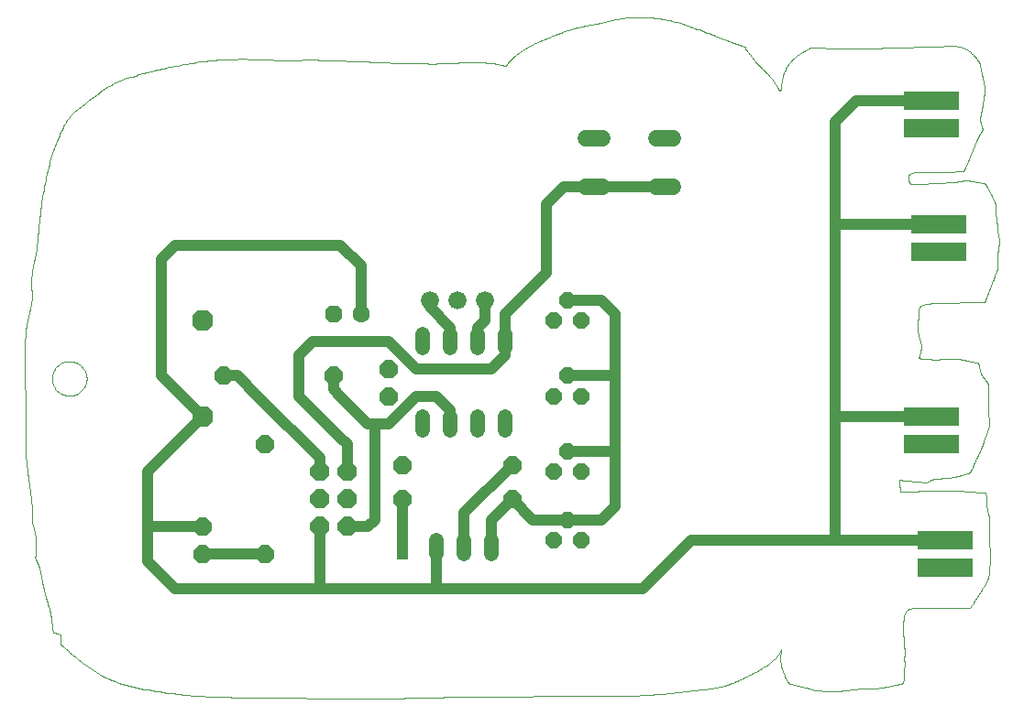
<source format=gtl>
G75*
G70*
%OFA0B0*%
%FSLAX24Y24*%
%IPPOS*%
%LPD*%
%AMOC8*
5,1,8,0,0,1.08239X$1,22.5*
%
%ADD10C,0.0000*%
%ADD11C,0.0039*%
%ADD12C,0.0520*%
%ADD13OC8,0.0660*%
%ADD14C,0.0600*%
%ADD15C,0.0660*%
%ADD16OC8,0.0630*%
%ADD17C,0.0630*%
%ADD18OC8,0.0600*%
%ADD19R,0.2000X0.0650*%
%ADD20OC8,0.0700*%
%ADD21OC8,0.0760*%
%ADD22C,0.0400*%
%ADD23R,0.0396X0.0396*%
D10*
X001105Y011765D02*
X001107Y011815D01*
X001113Y011865D01*
X001123Y011914D01*
X001137Y011962D01*
X001154Y012009D01*
X001175Y012054D01*
X001200Y012098D01*
X001228Y012139D01*
X001260Y012178D01*
X001294Y012215D01*
X001331Y012249D01*
X001371Y012279D01*
X001413Y012306D01*
X001457Y012330D01*
X001503Y012351D01*
X001550Y012367D01*
X001598Y012380D01*
X001648Y012389D01*
X001697Y012394D01*
X001748Y012395D01*
X001798Y012392D01*
X001847Y012385D01*
X001896Y012374D01*
X001944Y012359D01*
X001990Y012341D01*
X002035Y012319D01*
X002078Y012293D01*
X002119Y012264D01*
X002158Y012232D01*
X002194Y012197D01*
X002226Y012159D01*
X002256Y012119D01*
X002283Y012076D01*
X002306Y012032D01*
X002325Y011986D01*
X002341Y011938D01*
X002353Y011889D01*
X002361Y011840D01*
X002365Y011790D01*
X002365Y011740D01*
X002361Y011690D01*
X002353Y011641D01*
X002341Y011592D01*
X002325Y011544D01*
X002306Y011498D01*
X002283Y011454D01*
X002256Y011411D01*
X002226Y011371D01*
X002194Y011333D01*
X002158Y011298D01*
X002119Y011266D01*
X002078Y011237D01*
X002035Y011211D01*
X001990Y011189D01*
X001944Y011171D01*
X001896Y011156D01*
X001847Y011145D01*
X001798Y011138D01*
X001748Y011135D01*
X001697Y011136D01*
X001648Y011141D01*
X001598Y011150D01*
X001550Y011163D01*
X001503Y011179D01*
X001457Y011200D01*
X001413Y011224D01*
X001371Y011251D01*
X001331Y011281D01*
X001294Y011315D01*
X001260Y011352D01*
X001228Y011391D01*
X001200Y011432D01*
X001175Y011476D01*
X001154Y011521D01*
X001137Y011568D01*
X001123Y011616D01*
X001113Y011665D01*
X001107Y011715D01*
X001105Y011765D01*
D11*
X001798Y001756D02*
X001841Y001719D01*
X001890Y001677D01*
X001945Y001631D01*
X002006Y001581D01*
X002074Y001526D01*
X002148Y001467D01*
X002228Y001405D01*
X002315Y001341D01*
X002406Y001275D01*
X002502Y001208D01*
X002603Y001141D01*
X002707Y001075D01*
X002815Y001011D01*
X002926Y000949D01*
X003039Y000891D01*
X003156Y000835D01*
X003275Y000783D01*
X003397Y000734D01*
X003521Y000689D01*
X003649Y000647D01*
X003779Y000609D01*
X003911Y000574D01*
X004046Y000541D01*
X004183Y000510D01*
X004322Y000482D01*
X004462Y000456D01*
X004602Y000431D01*
X004742Y000408D01*
X004880Y000386D01*
X005017Y000365D01*
X005150Y000346D01*
X005281Y000328D01*
X005407Y000311D01*
X005530Y000296D01*
X005649Y000281D01*
X005763Y000268D01*
X005874Y000256D01*
X005982Y000244D01*
X006087Y000234D01*
X006191Y000225D01*
X006293Y000216D01*
X006395Y000209D01*
X006496Y000202D01*
X006598Y000196D01*
X006699Y000191D01*
X006801Y000186D01*
X006903Y000182D01*
X007005Y000178D01*
X007105Y000175D01*
X007204Y000172D01*
X007300Y000169D01*
X007393Y000167D01*
X007482Y000165D01*
X007567Y000163D01*
X007646Y000162D01*
X007720Y000160D01*
X007788Y000159D01*
X007850Y000158D01*
X007906Y000157D01*
X007957Y000157D01*
X008002Y000156D01*
X008042Y000155D01*
X008078Y000155D01*
X008110Y000155D01*
X008139Y000154D01*
X008165Y000154D01*
X008189Y000154D01*
X008212Y000153D01*
X008235Y000153D01*
X008258Y000153D01*
X008281Y000153D01*
X008306Y000152D01*
X008331Y000152D01*
X008359Y000152D01*
X008387Y000151D01*
X008418Y000151D01*
X008449Y000151D01*
X008482Y000150D01*
X008515Y000150D01*
X008548Y000149D01*
X008582Y000149D01*
X008616Y000149D01*
X008649Y000148D01*
X008682Y000148D01*
X008715Y000148D01*
X008748Y000147D01*
X008782Y000147D01*
X008818Y000146D01*
X008855Y000146D01*
X008895Y000145D01*
X008939Y000145D01*
X008987Y000144D01*
X009039Y000144D01*
X009097Y000143D01*
X009161Y000142D01*
X009231Y000142D01*
X009306Y000141D01*
X009388Y000140D01*
X009475Y000139D01*
X009566Y000138D01*
X009663Y000137D01*
X009763Y000136D01*
X009867Y000134D01*
X009973Y000133D01*
X010081Y000132D01*
X010191Y000131D01*
X010302Y000130D01*
X010413Y000129D01*
X010525Y000128D01*
X010637Y000126D01*
X010749Y000126D01*
X010861Y000125D01*
X010973Y000124D01*
X011084Y000123D01*
X011195Y000122D01*
X011306Y000122D01*
X011417Y000121D01*
X011527Y000121D01*
X011637Y000121D01*
X011747Y000120D01*
X011857Y000120D01*
X011967Y000120D01*
X012076Y000120D01*
X012186Y000120D01*
X012295Y000120D01*
X012404Y000120D01*
X012512Y000120D01*
X012621Y000120D01*
X012729Y000120D01*
X012836Y000121D01*
X012942Y000121D01*
X013048Y000121D01*
X013153Y000122D01*
X013258Y000123D01*
X013361Y000123D01*
X013463Y000124D01*
X013565Y000125D01*
X013666Y000126D01*
X013765Y000127D01*
X013864Y000129D01*
X013962Y000130D01*
X014059Y000132D01*
X014155Y000134D01*
X014250Y000135D01*
X014345Y000137D01*
X014438Y000139D01*
X014531Y000142D01*
X014622Y000144D01*
X014713Y000146D01*
X014802Y000148D01*
X014890Y000151D01*
X014977Y000153D01*
X015062Y000155D01*
X015147Y000158D01*
X015230Y000160D01*
X015313Y000162D01*
X015395Y000164D01*
X015476Y000166D01*
X015558Y000168D01*
X015640Y000170D01*
X015722Y000172D01*
X015805Y000174D01*
X015890Y000176D01*
X015976Y000177D01*
X016064Y000178D01*
X016153Y000180D01*
X016244Y000181D01*
X016337Y000182D01*
X016432Y000183D01*
X016528Y000184D01*
X016626Y000185D01*
X016724Y000185D01*
X016822Y000186D01*
X016921Y000187D01*
X017018Y000187D01*
X017114Y000188D01*
X017209Y000188D01*
X017300Y000189D01*
X017389Y000189D01*
X017473Y000190D01*
X017554Y000190D01*
X017629Y000191D01*
X017698Y000191D01*
X017762Y000191D01*
X017820Y000191D01*
X017872Y000192D01*
X017919Y000192D01*
X017959Y000192D01*
X017994Y000192D01*
X018023Y000192D01*
X018048Y000193D01*
X018069Y000193D01*
X018086Y000193D01*
X018100Y000193D01*
X018112Y000193D01*
X018121Y000193D01*
X018129Y000193D01*
X018135Y000193D01*
X018141Y000193D01*
X018146Y000193D01*
X018150Y000193D01*
X018154Y000193D01*
X018158Y000193D01*
X018161Y000193D01*
X018164Y000193D01*
X018168Y000193D01*
X018171Y000193D01*
X018174Y000193D01*
X018178Y000193D01*
X018181Y000193D01*
X018185Y000193D01*
X018189Y000193D01*
X018193Y000193D01*
X018199Y000193D01*
X018205Y000193D01*
X018213Y000193D01*
X018224Y000193D01*
X018236Y000194D01*
X018252Y000194D01*
X018271Y000194D01*
X018294Y000194D01*
X018321Y000194D01*
X018353Y000194D01*
X018389Y000194D01*
X018429Y000195D01*
X018474Y000195D01*
X018523Y000195D01*
X018575Y000195D01*
X018629Y000196D01*
X018685Y000196D01*
X018742Y000196D01*
X018798Y000197D01*
X018854Y000197D01*
X018907Y000197D01*
X018958Y000198D01*
X019006Y000198D01*
X019051Y000198D01*
X019092Y000198D01*
X019129Y000199D01*
X019164Y000199D01*
X019195Y000199D01*
X019224Y000199D01*
X019252Y000199D01*
X019278Y000200D01*
X019304Y000200D01*
X019329Y000200D01*
X019355Y000200D01*
X019381Y000200D01*
X019409Y000201D01*
X019437Y000201D01*
X019467Y000201D01*
X019497Y000201D01*
X019529Y000202D01*
X019562Y000202D01*
X019595Y000202D01*
X019629Y000203D01*
X019663Y000203D01*
X019697Y000203D01*
X019731Y000204D01*
X019765Y000204D01*
X019799Y000205D01*
X019832Y000205D01*
X019865Y000205D01*
X019897Y000206D01*
X019928Y000206D01*
X019959Y000207D01*
X019988Y000207D01*
X020017Y000208D01*
X020045Y000208D01*
X020072Y000209D01*
X020097Y000209D01*
X020122Y000210D01*
X020145Y000210D01*
X020167Y000210D01*
X020188Y000211D01*
X020208Y000211D01*
X020227Y000212D01*
X020244Y000212D01*
X020261Y000212D01*
X020276Y000213D01*
X020291Y000213D01*
X020304Y000213D01*
X020317Y000213D01*
X020330Y000214D01*
X020341Y000214D01*
X020353Y000214D01*
X020364Y000214D01*
X020375Y000214D01*
X020385Y000214D01*
X020396Y000215D01*
X020406Y000215D01*
X020416Y000215D01*
X020426Y000215D01*
X020437Y000215D01*
X020447Y000215D01*
X020457Y000215D01*
X020468Y000215D01*
X020478Y000215D01*
X020489Y000215D01*
X020500Y000215D01*
X020512Y000215D01*
X020523Y000215D01*
X020535Y000215D01*
X020548Y000215D01*
X020561Y000215D01*
X020574Y000215D01*
X020588Y000215D01*
X020602Y000215D01*
X020616Y000215D01*
X020631Y000215D01*
X020646Y000215D01*
X020662Y000215D01*
X020677Y000215D01*
X020693Y000215D01*
X020710Y000215D01*
X020726Y000215D01*
X020743Y000215D01*
X020760Y000214D01*
X020777Y000214D01*
X020793Y000214D01*
X020810Y000214D01*
X020827Y000214D01*
X020844Y000214D01*
X020861Y000213D01*
X020879Y000213D01*
X020896Y000213D01*
X020913Y000213D01*
X020930Y000213D01*
X020947Y000212D01*
X020964Y000212D01*
X020981Y000212D01*
X020998Y000212D01*
X021016Y000211D01*
X021033Y000211D01*
X021050Y000211D01*
X021067Y000211D01*
X021085Y000210D01*
X021102Y000210D01*
X021120Y000210D01*
X021137Y000210D01*
X021155Y000209D01*
X021172Y000209D01*
X021190Y000209D01*
X021207Y000209D01*
X021225Y000208D01*
X021242Y000208D01*
X021260Y000208D01*
X021278Y000208D01*
X021295Y000208D01*
X021313Y000207D01*
X021331Y000207D01*
X021348Y000207D01*
X021366Y000207D01*
X021384Y000207D01*
X021402Y000206D01*
X021420Y000206D01*
X021438Y000206D01*
X021456Y000206D01*
X021474Y000206D01*
X021493Y000206D01*
X021511Y000206D01*
X021530Y000206D01*
X021550Y000206D01*
X021569Y000206D01*
X021589Y000206D01*
X021609Y000206D01*
X021630Y000206D01*
X021650Y000206D01*
X021671Y000206D01*
X021693Y000206D01*
X021714Y000206D01*
X021736Y000206D01*
X021757Y000206D01*
X021779Y000206D01*
X021801Y000206D01*
X021823Y000207D01*
X021844Y000207D01*
X021866Y000207D01*
X021887Y000207D01*
X021908Y000208D01*
X021930Y000208D01*
X021951Y000209D01*
X021972Y000209D01*
X021994Y000210D01*
X022016Y000210D01*
X022039Y000211D01*
X022063Y000212D01*
X022088Y000213D01*
X022115Y000214D01*
X022145Y000215D01*
X022176Y000217D01*
X022211Y000218D01*
X022248Y000220D01*
X022290Y000222D01*
X022335Y000224D01*
X022383Y000227D01*
X022435Y000229D01*
X022491Y000232D01*
X022550Y000235D01*
X022612Y000239D01*
X022675Y000242D01*
X022741Y000246D01*
X022807Y000250D01*
X022874Y000254D01*
X022940Y000258D01*
X023005Y000263D01*
X023069Y000267D01*
X023130Y000271D01*
X023190Y000276D01*
X023247Y000280D01*
X023302Y000285D01*
X023354Y000289D01*
X023404Y000294D01*
X023452Y000299D01*
X023498Y000303D01*
X023542Y000308D01*
X023586Y000312D01*
X023628Y000317D01*
X023669Y000322D01*
X023709Y000326D01*
X023748Y000331D01*
X023787Y000336D01*
X023825Y000340D01*
X023862Y000345D01*
X023898Y000349D01*
X023934Y000353D01*
X023968Y000358D01*
X024002Y000362D01*
X024035Y000366D01*
X024067Y000370D01*
X024098Y000373D01*
X024128Y000377D01*
X024157Y000381D01*
X024186Y000384D01*
X024214Y000387D01*
X024242Y000391D01*
X024270Y000394D01*
X024298Y000398D01*
X024326Y000401D01*
X024355Y000404D01*
X024384Y000408D01*
X024413Y000411D01*
X024444Y000414D01*
X024475Y000418D01*
X024507Y000421D01*
X024540Y000425D01*
X024575Y000429D01*
X024611Y000432D01*
X024648Y000436D01*
X024686Y000440D01*
X024725Y000444D01*
X024766Y000448D01*
X024809Y000453D01*
X024852Y000457D01*
X024897Y000462D01*
X024944Y000467D01*
X024991Y000473D01*
X025040Y000479D01*
X025090Y000485D01*
X025141Y000493D01*
X025193Y000501D01*
X025246Y000510D01*
X025300Y000520D01*
X025355Y000531D01*
X025411Y000544D01*
X025468Y000557D01*
X025524Y000573D01*
X025582Y000589D01*
X025639Y000607D01*
X025696Y000626D01*
X025753Y000645D01*
X025810Y000666D01*
X025865Y000688D01*
X025920Y000710D01*
X025974Y000733D01*
X026027Y000756D01*
X026079Y000779D01*
X026129Y000802D01*
X026179Y000826D01*
X026227Y000849D01*
X026275Y000873D01*
X026322Y000896D01*
X026368Y000920D01*
X026415Y000943D01*
X026461Y000968D01*
X026508Y000992D01*
X026555Y001017D01*
X026603Y001042D01*
X026651Y001068D01*
X026699Y001095D01*
X026749Y001122D01*
X026798Y001150D01*
X026847Y001178D01*
X026897Y001207D01*
X026946Y001236D01*
X026994Y001265D01*
X027041Y001295D01*
X027086Y001324D01*
X027131Y001354D01*
X027173Y001384D01*
X027214Y001413D01*
X027252Y001443D01*
X027289Y001472D01*
X027323Y001502D01*
X027355Y001531D01*
X027384Y001560D01*
X027412Y001588D01*
X027438Y001616D01*
X027461Y001644D01*
X027482Y001671D01*
X027502Y001697D01*
X027519Y001722D01*
X027535Y001746D01*
X027550Y001769D01*
X027562Y001790D01*
X027573Y001809D01*
X027583Y001827D01*
X027592Y001843D01*
X027599Y001856D01*
X027605Y001868D01*
X027610Y001878D01*
X027615Y001886D01*
X027618Y001892D01*
X027621Y001897D01*
X027623Y001900D01*
X027625Y001902D01*
X027626Y001903D01*
X027627Y001903D01*
X027628Y001902D01*
X027628Y001901D01*
X027628Y001899D01*
X027629Y001897D01*
X027629Y001894D01*
X027628Y001891D01*
X027628Y001888D01*
X027628Y001885D01*
X027627Y001880D01*
X027627Y001876D01*
X027626Y001871D01*
X027625Y001864D01*
X027623Y001857D01*
X027622Y001849D01*
X027619Y001839D01*
X027617Y001827D01*
X027614Y001813D01*
X027611Y001797D01*
X027607Y001779D01*
X027604Y001759D01*
X027600Y001735D01*
X027596Y001709D01*
X027593Y001681D01*
X027590Y001650D01*
X027588Y001616D01*
X027588Y001579D01*
X027588Y001540D01*
X027590Y001500D01*
X027594Y001457D01*
X027599Y001412D01*
X027607Y001367D01*
X027616Y001320D01*
X027627Y001273D01*
X027639Y001226D01*
X027653Y001180D01*
X027668Y001134D01*
X027683Y001089D01*
X027699Y001046D01*
X027716Y001005D01*
X027732Y000965D01*
X027748Y000929D01*
X027763Y000895D01*
X027778Y000863D01*
X027792Y000835D01*
X027805Y000809D01*
X027817Y000786D01*
X027828Y000765D01*
X027838Y000747D01*
X027848Y000731D01*
X027858Y000717D01*
X027867Y000705D01*
X027877Y000694D01*
X027888Y000684D01*
X027900Y000676D01*
X027914Y000668D01*
X027929Y000660D01*
X027947Y000653D01*
X027968Y000646D01*
X027991Y000639D01*
X028016Y000632D01*
X028045Y000624D01*
X028076Y000616D01*
X028109Y000608D01*
X028144Y000599D01*
X028180Y000590D01*
X028217Y000582D01*
X028254Y000573D01*
X028290Y000564D01*
X028325Y000556D01*
X028358Y000548D01*
X028390Y000541D01*
X028418Y000534D01*
X028445Y000528D01*
X028468Y000523D01*
X028488Y000518D01*
X028506Y000514D01*
X028521Y000511D01*
X028533Y000508D01*
X028544Y000505D01*
X028553Y000503D01*
X028561Y000502D01*
X028568Y000500D01*
X028574Y000499D01*
X028580Y000498D01*
X028586Y000496D01*
X028592Y000495D01*
X028598Y000494D01*
X028604Y000492D01*
X028610Y000490D01*
X028617Y000489D01*
X028624Y000487D01*
X028631Y000485D01*
X028639Y000482D01*
X028647Y000480D01*
X028655Y000477D01*
X028663Y000475D01*
X028671Y000472D01*
X028679Y000469D01*
X028687Y000466D01*
X028695Y000463D01*
X028703Y000460D01*
X028711Y000457D01*
X028718Y000454D01*
X028725Y000451D01*
X028732Y000448D01*
X028738Y000446D01*
X028744Y000443D01*
X028751Y000441D01*
X028757Y000438D01*
X028763Y000436D01*
X028770Y000434D01*
X028778Y000432D01*
X028787Y000430D01*
X028798Y000428D01*
X028810Y000426D01*
X028825Y000424D01*
X028842Y000422D01*
X028862Y000420D01*
X028886Y000417D01*
X028912Y000415D01*
X028942Y000412D01*
X028975Y000409D01*
X029010Y000406D01*
X029048Y000402D01*
X029087Y000399D01*
X029128Y000395D01*
X029169Y000392D01*
X029210Y000388D01*
X029250Y000385D01*
X029288Y000382D01*
X029324Y000379D01*
X029357Y000376D01*
X029388Y000373D01*
X029415Y000371D01*
X029439Y000369D01*
X029460Y000367D01*
X029477Y000366D01*
X029493Y000365D01*
X029506Y000364D01*
X029518Y000364D01*
X029529Y000363D01*
X029540Y000364D01*
X029551Y000364D01*
X029565Y000365D01*
X029580Y000367D01*
X029598Y000369D01*
X029620Y000371D01*
X029646Y000374D01*
X029677Y000378D01*
X029712Y000382D01*
X029752Y000387D01*
X029796Y000392D01*
X029844Y000398D01*
X029896Y000404D01*
X029951Y000410D01*
X030008Y000417D01*
X030066Y000424D01*
X030123Y000431D01*
X030180Y000437D01*
X030235Y000444D01*
X030287Y000450D01*
X030336Y000456D01*
X030380Y000461D01*
X030421Y000466D01*
X030457Y000470D01*
X030488Y000473D01*
X030515Y000476D01*
X030538Y000479D01*
X030558Y000481D01*
X030574Y000482D01*
X030588Y000483D01*
X030600Y000484D01*
X030610Y000484D01*
X030619Y000485D01*
X030627Y000485D01*
X030635Y000485D01*
X030643Y000485D01*
X030650Y000485D01*
X030657Y000484D01*
X030665Y000484D01*
X030672Y000484D01*
X030680Y000484D01*
X030688Y000483D01*
X030696Y000483D01*
X030704Y000483D01*
X030712Y000483D01*
X030720Y000482D01*
X030728Y000482D01*
X030736Y000482D01*
X030745Y000482D01*
X030753Y000482D01*
X030762Y000482D01*
X030771Y000481D01*
X030780Y000481D01*
X030789Y000481D01*
X030799Y000481D01*
X030810Y000481D01*
X030821Y000481D01*
X030833Y000481D01*
X030846Y000481D01*
X030860Y000481D01*
X030874Y000481D01*
X030889Y000481D01*
X030905Y000481D01*
X030921Y000482D01*
X030939Y000482D01*
X030957Y000482D01*
X030976Y000483D01*
X030995Y000483D01*
X031014Y000484D01*
X031034Y000485D01*
X031054Y000486D01*
X031074Y000487D01*
X031095Y000488D01*
X031115Y000490D01*
X031136Y000492D01*
X031156Y000494D01*
X031176Y000496D01*
X031197Y000498D01*
X031217Y000500D01*
X031237Y000503D01*
X031256Y000506D01*
X031276Y000509D01*
X031295Y000511D01*
X031313Y000515D01*
X031331Y000518D01*
X031348Y000521D01*
X031365Y000524D01*
X031381Y000527D01*
X031396Y000530D01*
X031411Y000532D01*
X031426Y000535D01*
X031440Y000538D01*
X031454Y000541D01*
X031468Y000544D01*
X031483Y000547D01*
X031498Y000550D01*
X031515Y000554D01*
X031533Y000558D01*
X031553Y000562D01*
X031575Y000567D01*
X031599Y000572D01*
X031625Y000577D01*
X031652Y000583D01*
X031681Y000589D01*
X031711Y000596D01*
X031743Y000602D01*
X031774Y000609D01*
X031805Y000616D01*
X031836Y000622D01*
X031865Y000629D01*
X031893Y000634D01*
X031919Y000640D01*
X031943Y000645D01*
X031964Y000650D01*
X031982Y000654D01*
X031998Y000657D01*
X032012Y000661D01*
X032023Y000664D01*
X032032Y000666D01*
X032039Y000669D01*
X032044Y000673D01*
X032049Y000677D01*
X032052Y000682D01*
X032055Y000688D01*
X032057Y000695D01*
X032058Y000705D01*
X032059Y000716D01*
X032061Y000730D01*
X032062Y000747D01*
X032064Y000766D01*
X032065Y000788D01*
X032067Y000812D01*
X032068Y000839D01*
X032070Y000868D01*
X032072Y000898D01*
X032075Y000929D01*
X032077Y000962D01*
X032079Y000994D01*
X032081Y001026D01*
X032083Y001057D01*
X032085Y001087D01*
X032087Y001115D01*
X032089Y001141D01*
X032090Y001165D01*
X032092Y001186D01*
X032093Y001205D01*
X032094Y001223D01*
X032095Y001238D01*
X032096Y001252D01*
X032097Y001264D01*
X032097Y001276D01*
X032098Y001287D01*
X032099Y001297D01*
X032099Y001307D01*
X032100Y001317D01*
X032100Y001328D01*
X032100Y001338D01*
X032100Y001349D01*
X032101Y001360D01*
X032101Y001372D01*
X032101Y001383D01*
X032100Y001395D01*
X032100Y001407D01*
X032100Y001419D01*
X032099Y001431D01*
X032099Y001443D01*
X032098Y001454D01*
X032097Y001466D01*
X032096Y001477D01*
X032095Y001488D01*
X032094Y001499D01*
X032093Y001509D01*
X032091Y001520D01*
X032090Y001529D01*
X032089Y001539D01*
X032088Y001547D01*
X032087Y001556D01*
X032086Y001564D01*
X032085Y001571D01*
X032084Y001578D01*
X032083Y001584D01*
X032082Y001590D01*
X032082Y001595D01*
X032081Y001600D01*
X032081Y001605D01*
X032081Y001609D01*
X032082Y001613D01*
X032083Y001617D01*
X032084Y001620D01*
X032085Y001624D01*
X032086Y001628D01*
X032088Y001632D01*
X032090Y001636D01*
X032092Y001640D01*
X032095Y001644D01*
X032097Y001648D01*
X032100Y001653D01*
X032103Y001657D01*
X032105Y001662D01*
X032108Y001666D01*
X032111Y001670D01*
X032113Y001674D01*
X032115Y001677D01*
X032117Y001680D01*
X032119Y001683D01*
X032121Y001686D01*
X032122Y001688D01*
X032123Y001690D01*
X032124Y001692D01*
X032125Y001694D01*
X032125Y001695D01*
X032125Y001697D01*
X032126Y001699D01*
X032126Y001702D01*
X032125Y001705D01*
X032125Y001709D01*
X032125Y001713D01*
X032124Y001719D01*
X032123Y001726D01*
X032122Y001734D01*
X032121Y001743D01*
X032120Y001753D01*
X032118Y001765D01*
X032117Y001778D01*
X032115Y001792D01*
X032113Y001806D01*
X032111Y001822D01*
X032109Y001837D01*
X032107Y001853D01*
X032105Y001868D01*
X032103Y001883D01*
X032102Y001898D01*
X032100Y001912D01*
X032098Y001925D01*
X032097Y001937D01*
X032095Y001949D01*
X032094Y001961D01*
X032092Y001972D01*
X032091Y001983D01*
X032090Y001995D01*
X032088Y002007D01*
X032087Y002019D01*
X032085Y002033D01*
X032084Y002048D01*
X032082Y002065D01*
X032081Y002084D01*
X032079Y002105D01*
X032077Y002128D01*
X032075Y002153D01*
X032073Y002181D01*
X032071Y002212D01*
X032069Y002246D01*
X032067Y002282D01*
X032066Y002320D01*
X032064Y002362D01*
X032062Y002405D01*
X032060Y002451D01*
X032059Y002499D01*
X032057Y002548D01*
X032056Y002599D01*
X032056Y002651D01*
X032056Y002704D01*
X032056Y002757D01*
X032057Y002810D01*
X032059Y002863D01*
X032062Y002914D01*
X032066Y002965D01*
X032071Y003013D01*
X032078Y003059D01*
X032086Y003103D01*
X032096Y003143D01*
X032108Y003181D01*
X032122Y003215D01*
X032137Y003246D01*
X032154Y003274D01*
X032173Y003298D01*
X032192Y003318D01*
X032213Y003336D01*
X032235Y003351D01*
X032257Y003363D01*
X032280Y003373D01*
X032303Y003382D01*
X032325Y003388D01*
X032347Y003393D01*
X032369Y003397D01*
X032389Y003401D01*
X032409Y003403D01*
X032428Y003406D01*
X032446Y003408D01*
X032463Y003409D01*
X032478Y003411D01*
X032493Y003412D01*
X032507Y003413D01*
X032520Y003414D01*
X032532Y003415D01*
X032543Y003416D01*
X032554Y003417D01*
X032564Y003418D01*
X032573Y003419D01*
X032581Y003420D01*
X032589Y003421D01*
X032596Y003421D01*
X032602Y003422D01*
X032608Y003423D01*
X032613Y003423D01*
X032618Y003424D01*
X032622Y003424D01*
X032626Y003424D01*
X032630Y003425D01*
X032633Y003425D01*
X032636Y003425D01*
X032638Y003426D01*
X032641Y003426D01*
X032643Y003426D01*
X032645Y003426D01*
X032646Y003427D01*
X032648Y003427D01*
X032649Y003427D01*
X032651Y003427D01*
X032652Y003427D01*
X032653Y003427D01*
X032655Y003427D01*
X032656Y003427D01*
X032657Y003428D01*
X032658Y003428D01*
X032659Y003428D01*
X032660Y003428D01*
X032662Y003428D01*
X032663Y003428D01*
X032665Y003428D01*
X032666Y003428D01*
X032668Y003428D01*
X032670Y003428D01*
X032672Y003428D01*
X032674Y003428D01*
X032677Y003428D01*
X032680Y003428D01*
X032683Y003428D01*
X032686Y003427D01*
X032690Y003427D01*
X032693Y003427D01*
X032697Y003427D01*
X032702Y003426D01*
X032706Y003426D01*
X032711Y003425D01*
X032716Y003425D01*
X032721Y003424D01*
X032727Y003424D01*
X032733Y003423D01*
X032739Y003423D01*
X032745Y003422D01*
X032753Y003421D01*
X032760Y003420D01*
X032768Y003419D01*
X032777Y003419D01*
X032786Y003418D01*
X032796Y003417D01*
X032806Y003416D01*
X032817Y003414D01*
X032829Y003413D01*
X032841Y003412D01*
X032855Y003411D01*
X032869Y003410D01*
X032884Y003408D01*
X032901Y003407D01*
X032919Y003406D01*
X032938Y003405D01*
X032958Y003404D01*
X032980Y003403D01*
X033004Y003402D01*
X033029Y003402D01*
X033057Y003401D01*
X033086Y003401D01*
X033117Y003401D01*
X033151Y003401D01*
X033186Y003402D01*
X033224Y003402D01*
X033263Y003403D01*
X033304Y003403D01*
X033348Y003404D01*
X033392Y003405D01*
X033438Y003406D01*
X033486Y003406D01*
X033534Y003407D01*
X033582Y003407D01*
X033630Y003408D01*
X033678Y003408D01*
X033726Y003408D01*
X033772Y003408D01*
X033816Y003408D01*
X033858Y003407D01*
X033898Y003407D01*
X033936Y003406D01*
X033971Y003406D01*
X034003Y003406D01*
X034032Y003405D01*
X034059Y003405D01*
X034084Y003404D01*
X034106Y003404D01*
X034127Y003403D01*
X034147Y003403D01*
X034166Y003402D01*
X034185Y003402D01*
X034221Y003401D01*
X034240Y003401D01*
X034258Y003400D01*
X034277Y003400D01*
X034296Y003400D01*
X034315Y003399D01*
X034333Y003399D01*
X034351Y003398D01*
X034368Y003398D01*
X034384Y003398D01*
X034399Y003397D01*
X034413Y003397D01*
X034425Y003397D01*
X034435Y003397D01*
X034445Y003397D01*
X034453Y003398D01*
X034460Y003399D01*
X034466Y003400D01*
X034471Y003403D01*
X034477Y003406D01*
X034482Y003411D01*
X034488Y003418D01*
X034495Y003427D01*
X034504Y003439D01*
X034514Y003454D01*
X034526Y003473D01*
X034540Y003496D01*
X034557Y003522D01*
X034577Y003553D01*
X034599Y003588D01*
X034624Y003628D01*
X034651Y003670D01*
X034680Y003717D01*
X034710Y003765D01*
X034742Y003816D01*
X034775Y003867D01*
X034807Y003919D01*
X034839Y003970D01*
X034870Y004019D01*
X034900Y004066D01*
X034927Y004110D01*
X034953Y004151D01*
X034976Y004188D01*
X034997Y004222D01*
X035015Y004252D01*
X035031Y004278D01*
X035045Y004301D01*
X035058Y004322D01*
X035068Y004340D01*
X035077Y004357D01*
X035086Y004372D01*
X035093Y004387D01*
X035100Y004401D01*
X035107Y004415D01*
X035113Y004429D01*
X035119Y004443D01*
X035125Y004457D01*
X035130Y004472D01*
X035136Y004488D01*
X035141Y004504D01*
X035146Y004520D01*
X035151Y004536D01*
X035155Y004553D01*
X035159Y004569D01*
X035162Y004586D01*
X035165Y004603D01*
X035168Y004620D01*
X035170Y004637D01*
X035172Y004653D01*
X035173Y004670D01*
X035175Y004687D01*
X035175Y004703D01*
X035176Y004720D01*
X035177Y004737D01*
X035178Y004754D01*
X035178Y004771D01*
X035179Y004788D01*
X035180Y004806D01*
X035181Y004824D01*
X035182Y004843D01*
X035184Y004861D01*
X035186Y004881D01*
X035188Y004900D01*
X035190Y004921D01*
X035193Y004941D01*
X035196Y004962D01*
X035198Y004984D01*
X035201Y005006D01*
X035204Y005028D01*
X035207Y005051D01*
X035210Y005074D01*
X035212Y005097D01*
X035215Y005120D01*
X035216Y005144D01*
X035218Y005167D01*
X035219Y005191D01*
X035220Y005215D01*
X035221Y005238D01*
X035221Y005262D01*
X035221Y005285D01*
X035220Y005308D01*
X035219Y005331D01*
X035218Y005353D01*
X035216Y005374D01*
X035215Y005395D01*
X035213Y005415D01*
X035211Y005434D01*
X035209Y005453D01*
X035207Y005472D01*
X035206Y005489D01*
X035204Y005507D01*
X035202Y005526D01*
X035201Y005545D01*
X035199Y005566D01*
X035198Y005588D01*
X035197Y005613D01*
X035196Y005641D01*
X035195Y005672D01*
X035194Y005708D01*
X035194Y005748D01*
X035193Y005792D01*
X035192Y005840D01*
X035192Y005892D01*
X035192Y005947D01*
X035191Y006005D01*
X035191Y006064D01*
X035190Y006125D01*
X035190Y006185D01*
X035189Y006245D01*
X035189Y006302D01*
X035189Y006356D01*
X035188Y006407D01*
X035188Y006454D01*
X035187Y006496D01*
X035187Y006534D01*
X035186Y006567D01*
X035185Y006596D01*
X035185Y006621D01*
X035184Y006642D01*
X035183Y006661D01*
X035181Y006677D01*
X035180Y006691D01*
X035178Y006704D01*
X035177Y006716D01*
X035175Y006727D01*
X035173Y006738D01*
X035171Y006748D01*
X035168Y006759D01*
X035166Y006769D01*
X035163Y006780D01*
X035160Y006791D01*
X035157Y006801D01*
X035155Y006812D01*
X035152Y006822D01*
X035149Y006833D01*
X035146Y006843D01*
X035143Y006852D01*
X035140Y006862D01*
X035137Y006871D01*
X035134Y006880D01*
X035131Y006888D01*
X035128Y006896D01*
X035126Y006904D01*
X035123Y006911D01*
X035121Y006918D01*
X035118Y006924D01*
X035116Y006931D01*
X035114Y006937D01*
X035112Y006943D01*
X035110Y006949D01*
X035109Y006955D01*
X035107Y006961D01*
X035106Y006969D01*
X035104Y006977D01*
X035103Y006986D01*
X035102Y006997D01*
X035100Y007010D01*
X035099Y007026D01*
X035097Y007043D01*
X035096Y007063D01*
X035094Y007086D01*
X035092Y007112D01*
X035090Y007140D01*
X035088Y007170D01*
X035086Y007202D01*
X035084Y007235D01*
X035081Y007269D01*
X035079Y007304D01*
X035077Y007338D01*
X035075Y007371D01*
X035073Y007403D01*
X035071Y007432D01*
X035069Y007460D01*
X035067Y007485D01*
X035066Y007507D01*
X035064Y007526D01*
X035063Y007543D01*
X035061Y007556D01*
X035060Y007568D01*
X035058Y007577D01*
X035055Y007584D01*
X035052Y007590D01*
X035048Y007594D01*
X035042Y007598D01*
X035035Y007600D01*
X035026Y007602D01*
X035015Y007604D01*
X035001Y007606D01*
X034984Y007607D01*
X034964Y007609D01*
X034941Y007611D01*
X034915Y007613D01*
X034887Y007615D01*
X034856Y007617D01*
X034822Y007620D01*
X034787Y007622D01*
X034751Y007625D01*
X034713Y007628D01*
X034676Y007631D01*
X034639Y007633D01*
X034602Y007636D01*
X034567Y007639D01*
X034533Y007641D01*
X034499Y007644D01*
X034467Y007646D01*
X034436Y007648D01*
X034405Y007651D01*
X034373Y007653D01*
X034342Y007655D01*
X034309Y007658D01*
X034274Y007660D01*
X034238Y007663D01*
X034199Y007665D01*
X034158Y007668D01*
X034114Y007671D01*
X034069Y007673D01*
X034021Y007676D01*
X033972Y007679D01*
X033922Y007681D01*
X033871Y007683D01*
X033820Y007685D01*
X033770Y007687D01*
X033720Y007688D01*
X033672Y007689D01*
X033625Y007690D01*
X033579Y007690D01*
X033536Y007690D01*
X033494Y007690D01*
X033454Y007689D01*
X033416Y007688D01*
X033379Y007687D01*
X033343Y007686D01*
X033309Y007685D01*
X033275Y007684D01*
X033243Y007683D01*
X033211Y007683D01*
X033180Y007682D01*
X033150Y007681D01*
X033121Y007680D01*
X033093Y007680D01*
X033065Y007679D01*
X033038Y007679D01*
X033013Y007679D01*
X032988Y007679D01*
X032964Y007678D01*
X032941Y007678D01*
X032920Y007678D01*
X032899Y007678D01*
X032879Y007677D01*
X032860Y007677D01*
X032842Y007676D01*
X032824Y007676D01*
X032808Y007675D01*
X032792Y007675D01*
X032776Y007674D01*
X032761Y007673D01*
X032746Y007673D01*
X032732Y007672D01*
X032718Y007671D01*
X032705Y007670D01*
X032691Y007669D01*
X032678Y007668D01*
X032665Y007667D01*
X032652Y007666D01*
X032639Y007664D01*
X032626Y007663D01*
X032613Y007662D01*
X032601Y007661D01*
X032588Y007660D01*
X032575Y007659D01*
X032563Y007658D01*
X032550Y007656D01*
X032537Y007655D01*
X032524Y007654D01*
X032511Y007653D01*
X032498Y007652D01*
X032485Y007650D01*
X032472Y007649D01*
X032459Y007648D01*
X032446Y007647D01*
X032433Y007646D01*
X032419Y007645D01*
X032406Y007643D01*
X032392Y007642D01*
X032378Y007641D01*
X032363Y007640D01*
X032348Y007639D01*
X032333Y007638D01*
X032318Y007637D01*
X032302Y007636D01*
X032286Y007635D01*
X032269Y007634D01*
X032252Y007634D01*
X032235Y007633D01*
X032218Y007633D01*
X032200Y007632D01*
X032183Y007632D01*
X032166Y007631D01*
X032149Y007631D01*
X032133Y007631D01*
X032117Y007631D01*
X032103Y007630D01*
X032089Y007630D01*
X032076Y007630D01*
X032064Y007630D01*
X032054Y007630D01*
X032044Y007630D01*
X032035Y007630D01*
X032028Y007630D01*
X032021Y007630D01*
X032015Y007630D01*
X032010Y007630D01*
X032005Y007630D01*
X032001Y007630D01*
X031997Y007630D01*
X031994Y007630D01*
X031990Y007630D01*
X031987Y007630D01*
X031984Y007630D01*
X031981Y007630D01*
X031978Y007630D01*
X031976Y007630D01*
X031973Y007630D01*
X031970Y007630D01*
X031968Y007630D01*
X031965Y007630D01*
X031963Y007631D01*
X031960Y007631D01*
X031958Y007631D01*
X031956Y007632D01*
X031954Y007632D01*
X031952Y007633D01*
X031950Y007635D01*
X031948Y007637D01*
X031947Y007640D01*
X031945Y007645D01*
X031944Y007650D01*
X031943Y007657D01*
X031941Y007665D01*
X031940Y007675D01*
X031939Y007687D01*
X031938Y007702D01*
X031936Y007718D01*
X031935Y007736D01*
X031934Y007755D01*
X031932Y007777D01*
X031931Y007799D01*
X031929Y007823D01*
X031928Y007847D01*
X031926Y007871D01*
X031925Y007895D01*
X031924Y007918D01*
X031922Y007940D01*
X031921Y007960D01*
X031920Y007979D01*
X031920Y007996D01*
X031919Y008011D01*
X031919Y008024D01*
X031919Y008035D01*
X031919Y008044D01*
X031919Y008052D01*
X031920Y008057D01*
X031921Y008062D01*
X031922Y008065D01*
X031923Y008068D01*
X031925Y008069D01*
X031927Y008070D01*
X031929Y008071D01*
X031931Y008071D01*
X031934Y008071D01*
X031936Y008071D01*
X031939Y008070D01*
X031942Y008070D01*
X031945Y008070D01*
X031947Y008069D01*
X031951Y008069D01*
X031954Y008068D01*
X031957Y008068D01*
X031960Y008067D01*
X031963Y008067D01*
X031967Y008067D01*
X031970Y008066D01*
X031974Y008066D01*
X031977Y008065D01*
X031981Y008065D01*
X031985Y008064D01*
X031989Y008064D01*
X031994Y008063D01*
X031998Y008063D01*
X032004Y008062D01*
X032009Y008062D01*
X032015Y008061D01*
X032022Y008060D01*
X032029Y008060D01*
X032037Y008059D01*
X032046Y008058D01*
X032055Y008057D01*
X032065Y008056D01*
X032076Y008055D01*
X032088Y008054D01*
X032100Y008052D01*
X032113Y008051D01*
X032127Y008050D01*
X032143Y008048D01*
X032159Y008047D01*
X032175Y008045D01*
X032193Y008043D01*
X032212Y008042D01*
X032232Y008040D01*
X032253Y008038D01*
X032275Y008036D01*
X032297Y008034D01*
X032320Y008032D01*
X032344Y008030D01*
X032369Y008028D01*
X032394Y008025D01*
X032418Y008023D01*
X032443Y008021D01*
X032467Y008019D01*
X032491Y008017D01*
X032514Y008015D01*
X032536Y008013D01*
X032557Y008011D01*
X032577Y008009D01*
X032595Y008008D01*
X032612Y008006D01*
X032627Y008005D01*
X032642Y008004D01*
X032655Y008002D01*
X032668Y008001D01*
X032680Y008000D01*
X032691Y007999D01*
X032703Y007998D01*
X032714Y007997D01*
X032725Y007996D01*
X032737Y007994D01*
X032749Y007993D01*
X032761Y007992D01*
X032773Y007991D01*
X032785Y007989D01*
X032797Y007988D01*
X032809Y007987D01*
X032820Y007985D01*
X032830Y007984D01*
X032840Y007983D01*
X032849Y007982D01*
X032858Y007981D01*
X032865Y007981D01*
X032871Y007980D01*
X032877Y007979D01*
X032881Y007979D01*
X032885Y007979D01*
X032888Y007979D01*
X032891Y007979D01*
X032894Y007979D01*
X032896Y007980D01*
X032899Y007981D01*
X032902Y007982D01*
X032905Y007983D01*
X032909Y007985D01*
X032914Y007988D01*
X032919Y007990D01*
X032926Y007994D01*
X032933Y007998D01*
X032941Y008002D01*
X032949Y008006D01*
X032959Y008011D01*
X032969Y008017D01*
X032980Y008022D01*
X032990Y008028D01*
X033001Y008034D01*
X033012Y008040D01*
X033023Y008045D01*
X033033Y008051D01*
X033043Y008056D01*
X033052Y008061D01*
X033060Y008065D01*
X033067Y008069D01*
X033074Y008072D01*
X033081Y008075D01*
X033086Y008078D01*
X033092Y008081D01*
X033097Y008083D01*
X033101Y008085D01*
X033106Y008087D01*
X033111Y008089D01*
X033116Y008090D01*
X033122Y008092D01*
X033128Y008093D01*
X033134Y008095D01*
X033142Y008097D01*
X033150Y008098D01*
X033158Y008100D01*
X033168Y008102D01*
X033178Y008104D01*
X033190Y008105D01*
X033201Y008107D01*
X033214Y008109D01*
X033227Y008110D01*
X033240Y008112D01*
X033254Y008113D01*
X033269Y008115D01*
X033283Y008116D01*
X033298Y008118D01*
X033312Y008119D01*
X033327Y008120D01*
X033342Y008121D01*
X033357Y008123D01*
X033372Y008124D01*
X033387Y008125D01*
X033402Y008126D01*
X033417Y008127D01*
X033433Y008129D01*
X033449Y008130D01*
X033465Y008131D01*
X033482Y008133D01*
X033499Y008134D01*
X033516Y008135D01*
X033534Y008137D01*
X033553Y008138D01*
X033572Y008140D01*
X033591Y008141D01*
X033611Y008143D01*
X033632Y008145D01*
X033652Y008147D01*
X033673Y008148D01*
X033695Y008150D01*
X033717Y008153D01*
X033738Y008155D01*
X033760Y008158D01*
X033783Y008160D01*
X033805Y008163D01*
X033827Y008166D01*
X033849Y008170D01*
X033871Y008173D01*
X033892Y008177D01*
X033914Y008181D01*
X033934Y008185D01*
X033954Y008189D01*
X033974Y008193D01*
X033992Y008198D01*
X034010Y008202D01*
X034026Y008206D01*
X034042Y008210D01*
X034057Y008214D01*
X034071Y008218D01*
X034084Y008221D01*
X034097Y008225D01*
X034109Y008228D01*
X034122Y008232D01*
X034134Y008236D01*
X034147Y008239D01*
X034161Y008243D01*
X034175Y008248D01*
X034190Y008252D01*
X034206Y008257D01*
X034223Y008262D01*
X034241Y008267D01*
X034260Y008273D01*
X034279Y008278D01*
X034298Y008284D01*
X034318Y008290D01*
X034337Y008296D01*
X034355Y008301D01*
X034373Y008306D01*
X034389Y008311D01*
X034404Y008316D01*
X034418Y008320D01*
X034430Y008324D01*
X034441Y008327D01*
X034450Y008330D01*
X034458Y008333D01*
X034464Y008336D01*
X034470Y008340D01*
X034475Y008344D01*
X034480Y008350D01*
X034485Y008356D01*
X034491Y008365D01*
X034497Y008376D01*
X034504Y008391D01*
X034513Y008408D01*
X034523Y008430D01*
X034535Y008455D01*
X034549Y008485D01*
X034565Y008520D01*
X034583Y008559D01*
X034603Y008601D01*
X034624Y008648D01*
X034647Y008697D01*
X034671Y008749D01*
X034696Y008803D01*
X034721Y008857D01*
X034745Y008910D01*
X034770Y008963D01*
X034793Y009013D01*
X034814Y009060D01*
X034834Y009104D01*
X034852Y009143D01*
X034868Y009179D01*
X034883Y009210D01*
X034895Y009237D01*
X034905Y009260D01*
X034913Y009280D01*
X034921Y009296D01*
X034926Y009310D01*
X034932Y009323D01*
X034936Y009334D01*
X034940Y009345D01*
X034944Y009357D01*
X034949Y009369D01*
X034954Y009384D01*
X034960Y009401D01*
X034966Y009420D01*
X034974Y009443D01*
X034983Y009469D01*
X034993Y009498D01*
X035004Y009530D01*
X035016Y009566D01*
X035029Y009603D01*
X035043Y009643D01*
X035057Y009684D01*
X035071Y009725D01*
X035085Y009767D01*
X035099Y009807D01*
X035113Y009847D01*
X035125Y009883D01*
X035137Y009918D01*
X035148Y009949D01*
X035158Y009977D01*
X035166Y010002D01*
X035173Y010023D01*
X035179Y010041D01*
X035184Y010056D01*
X035188Y010069D01*
X035191Y010080D01*
X035194Y010089D01*
X035195Y010097D01*
X035196Y010105D01*
X035196Y010113D01*
X035196Y010121D01*
X035195Y010130D01*
X035194Y010141D01*
X035193Y010154D01*
X035191Y010169D01*
X035189Y010185D01*
X035187Y010204D01*
X035184Y010226D01*
X035181Y010249D01*
X035178Y010274D01*
X035174Y010301D01*
X035171Y010328D01*
X035167Y010356D01*
X035163Y010384D01*
X035160Y010412D01*
X035156Y010439D01*
X035153Y010465D01*
X035150Y010488D01*
X035147Y010510D01*
X035144Y010530D01*
X035142Y010547D01*
X035140Y010563D01*
X035138Y010576D01*
X035137Y010587D01*
X035136Y010597D01*
X035135Y010606D01*
X035134Y010615D01*
X035134Y010623D01*
X035134Y010632D01*
X035134Y010642D01*
X035134Y010654D01*
X035134Y010669D01*
X035134Y010686D01*
X035135Y010707D01*
X035136Y010731D01*
X035136Y010759D01*
X035137Y010792D01*
X035138Y010828D01*
X035139Y010869D01*
X035140Y010912D01*
X035142Y010958D01*
X035143Y011006D01*
X035144Y011056D01*
X035146Y011106D01*
X035147Y011155D01*
X035148Y011203D01*
X035150Y011249D01*
X035151Y011292D01*
X035152Y011331D01*
X035153Y011367D01*
X035154Y011399D01*
X035154Y011427D01*
X035155Y011450D01*
X035155Y011470D01*
X035156Y011487D01*
X035156Y011500D01*
X035156Y011510D01*
X035156Y011518D01*
X035156Y011525D01*
X035155Y011530D01*
X035155Y011534D01*
X035154Y011538D01*
X035152Y011541D01*
X035151Y011544D01*
X035149Y011548D01*
X035147Y011551D01*
X035145Y011556D01*
X035142Y011560D01*
X035139Y011565D01*
X035135Y011571D01*
X035132Y011577D01*
X035128Y011583D01*
X035124Y011589D01*
X035120Y011596D01*
X035116Y011602D01*
X035112Y011609D01*
X035108Y011615D01*
X035105Y011621D01*
X035101Y011627D01*
X035097Y011633D01*
X035094Y011638D01*
X035091Y011644D01*
X035088Y011649D01*
X035085Y011654D01*
X035081Y011659D01*
X035078Y011665D01*
X035075Y011670D01*
X035071Y011676D01*
X035067Y011682D01*
X035063Y011689D01*
X035058Y011696D01*
X035053Y011704D01*
X035048Y011712D01*
X035042Y011720D01*
X035036Y011729D01*
X035030Y011738D01*
X035023Y011747D01*
X035017Y011756D01*
X035010Y011765D01*
X035003Y011775D01*
X034995Y011784D01*
X034988Y011793D01*
X034981Y011802D01*
X034974Y011811D01*
X034967Y011819D01*
X034960Y011827D01*
X034953Y011835D01*
X034946Y011843D01*
X034940Y011850D01*
X034933Y011857D01*
X034927Y011864D01*
X034922Y011870D01*
X034916Y011876D01*
X034911Y011882D01*
X034906Y011887D01*
X034902Y011893D01*
X034898Y011898D01*
X034894Y011903D01*
X034890Y011909D01*
X034887Y011914D01*
X034883Y011921D01*
X034880Y011928D01*
X034877Y011936D01*
X034874Y011945D01*
X034871Y011956D01*
X034867Y011968D01*
X034864Y011982D01*
X034860Y011997D01*
X034856Y012014D01*
X034852Y012033D01*
X034847Y012053D01*
X034843Y012074D01*
X034838Y012096D01*
X034833Y012118D01*
X034828Y012141D01*
X034823Y012163D01*
X034819Y012184D01*
X034814Y012205D01*
X034810Y012224D01*
X034806Y012241D01*
X034803Y012257D01*
X034800Y012271D01*
X034797Y012284D01*
X034795Y012294D01*
X034793Y012303D01*
X034791Y012310D01*
X034790Y012315D01*
X034789Y012320D01*
X034788Y012323D01*
X034787Y012326D01*
X034786Y012328D01*
X034785Y012329D01*
X034784Y012330D01*
X034783Y012331D01*
X034782Y012331D01*
X034780Y012332D01*
X034779Y012332D01*
X034777Y012333D01*
X034774Y012333D01*
X034772Y012334D01*
X034769Y012334D01*
X034766Y012335D01*
X034763Y012335D01*
X034760Y012336D01*
X034757Y012336D01*
X034754Y012337D01*
X034751Y012338D01*
X034748Y012338D01*
X034745Y012339D01*
X034743Y012339D01*
X034740Y012340D01*
X034738Y012340D01*
X034736Y012340D01*
X034734Y012341D01*
X034733Y012341D01*
X034731Y012341D01*
X034728Y012342D01*
X034726Y012342D01*
X034722Y012343D01*
X034718Y012344D01*
X034712Y012345D01*
X034705Y012347D01*
X034695Y012349D01*
X034683Y012351D01*
X034669Y012354D01*
X034651Y012358D01*
X034631Y012362D01*
X034607Y012367D01*
X034580Y012373D01*
X034550Y012379D01*
X034518Y012386D01*
X034483Y012394D01*
X034446Y012401D01*
X034408Y012409D01*
X034369Y012418D01*
X034331Y012426D01*
X034293Y012434D01*
X034256Y012441D01*
X034221Y012449D01*
X034189Y012455D01*
X034159Y012461D01*
X034132Y012467D01*
X034109Y012472D01*
X034088Y012476D01*
X034069Y012479D01*
X034054Y012482D01*
X034041Y012485D01*
X034029Y012487D01*
X034020Y012488D01*
X034011Y012489D01*
X034004Y012490D01*
X033997Y012491D01*
X033990Y012491D01*
X033984Y012491D01*
X033978Y012492D01*
X033972Y012492D01*
X033966Y012492D01*
X033960Y012492D01*
X033954Y012492D01*
X033948Y012492D01*
X033941Y012492D01*
X033935Y012492D01*
X033929Y012492D01*
X033922Y012492D01*
X033916Y012492D01*
X033910Y012492D01*
X033904Y012492D01*
X033897Y012492D01*
X033891Y012492D01*
X033885Y012492D01*
X033879Y012492D01*
X033873Y012492D01*
X033866Y012492D01*
X033860Y012492D01*
X033853Y012492D01*
X033846Y012492D01*
X033839Y012492D01*
X033832Y012492D01*
X033824Y012492D01*
X033816Y012492D01*
X033808Y012492D01*
X033800Y012492D01*
X033791Y012492D01*
X033782Y012492D01*
X033773Y012492D01*
X033764Y012492D01*
X033755Y012492D01*
X033746Y012492D01*
X033737Y012492D01*
X033728Y012492D01*
X033719Y012492D01*
X033711Y012492D01*
X033702Y012492D01*
X033694Y012492D01*
X033686Y012491D01*
X033678Y012491D01*
X033671Y012491D01*
X033664Y012491D01*
X033657Y012491D01*
X033650Y012491D01*
X033643Y012490D01*
X033636Y012490D01*
X033630Y012490D01*
X033623Y012490D01*
X033617Y012490D01*
X033610Y012489D01*
X033604Y012489D01*
X033597Y012489D01*
X033590Y012488D01*
X033583Y012488D01*
X033575Y012488D01*
X033568Y012487D01*
X033560Y012487D01*
X033552Y012486D01*
X033543Y012486D01*
X033535Y012485D01*
X033526Y012484D01*
X033517Y012483D01*
X033508Y012482D01*
X033499Y012481D01*
X033491Y012480D01*
X033482Y012479D01*
X033473Y012478D01*
X033464Y012476D01*
X033455Y012475D01*
X033446Y012473D01*
X033437Y012472D01*
X033429Y012470D01*
X033420Y012468D01*
X033412Y012466D01*
X033403Y012465D01*
X033395Y012463D01*
X033386Y012461D01*
X033378Y012459D01*
X033370Y012457D01*
X033362Y012455D01*
X033353Y012454D01*
X033345Y012452D01*
X033337Y012451D01*
X033329Y012450D01*
X033320Y012449D01*
X033312Y012448D01*
X033304Y012447D01*
X033295Y012447D01*
X033287Y012447D01*
X033278Y012446D01*
X033269Y012447D01*
X033261Y012447D01*
X033252Y012447D01*
X033243Y012447D01*
X033234Y012448D01*
X033225Y012449D01*
X033216Y012449D01*
X033207Y012450D01*
X033198Y012451D01*
X033189Y012452D01*
X033180Y012453D01*
X033171Y012453D01*
X033161Y012454D01*
X033152Y012455D01*
X033143Y012456D01*
X033133Y012457D01*
X033123Y012458D01*
X033114Y012459D01*
X033104Y012460D01*
X033093Y012461D01*
X033083Y012462D01*
X033073Y012463D01*
X033062Y012464D01*
X033051Y012465D01*
X033039Y012467D01*
X033028Y012468D01*
X033016Y012469D01*
X033004Y012470D01*
X032992Y012471D01*
X032979Y012472D01*
X032967Y012474D01*
X032954Y012475D01*
X032941Y012476D01*
X032928Y012477D01*
X032914Y012479D01*
X032901Y012480D01*
X032887Y012481D01*
X032874Y012482D01*
X032860Y012483D01*
X032846Y012484D01*
X032832Y012485D01*
X032819Y012486D01*
X032805Y012487D01*
X032791Y012488D01*
X032778Y012489D01*
X032765Y012490D01*
X032752Y012491D01*
X032740Y012492D01*
X032727Y012493D01*
X032716Y012493D01*
X032705Y012494D01*
X032695Y012495D01*
X032685Y012495D01*
X032676Y012496D01*
X032668Y012496D01*
X032661Y012497D01*
X032655Y012497D01*
X032649Y012498D01*
X032644Y012498D01*
X032640Y012499D01*
X032637Y012499D01*
X032634Y012500D01*
X032631Y012501D01*
X032629Y012502D01*
X032628Y012502D01*
X032626Y012503D01*
X032625Y012504D01*
X032624Y012505D01*
X032623Y012507D01*
X032622Y012508D01*
X032622Y012509D01*
X032621Y012511D01*
X032621Y012512D01*
X032621Y012514D01*
X032620Y012516D01*
X032621Y012519D01*
X032621Y012522D01*
X032622Y012526D01*
X032623Y012531D01*
X032624Y012536D01*
X032626Y012543D01*
X032629Y012551D01*
X032632Y012560D01*
X032635Y012570D01*
X032639Y012583D01*
X032644Y012596D01*
X032649Y012612D01*
X032654Y012629D01*
X032660Y012647D01*
X032665Y012666D01*
X032671Y012687D01*
X032677Y012709D01*
X032682Y012732D01*
X032688Y012755D01*
X032692Y012779D01*
X032696Y012803D01*
X032700Y012828D01*
X032703Y012853D01*
X032705Y012878D01*
X032706Y012903D01*
X032706Y012928D01*
X032705Y012953D01*
X032704Y012977D01*
X032701Y013002D01*
X032698Y013026D01*
X032694Y013050D01*
X032689Y013073D01*
X032684Y013096D01*
X032679Y013118D01*
X032673Y013140D01*
X032667Y013160D01*
X032661Y013179D01*
X032655Y013198D01*
X032649Y013214D01*
X032644Y013230D01*
X032639Y013244D01*
X032634Y013256D01*
X032630Y013267D01*
X032626Y013277D01*
X032623Y013285D01*
X032621Y013292D01*
X032618Y013297D01*
X032616Y013302D01*
X032615Y013306D01*
X032614Y013308D01*
X032613Y013311D01*
X032612Y013312D01*
X032612Y013314D01*
X032611Y013315D01*
X032611Y013316D01*
X032611Y013316D01*
X032610Y013317D01*
X032610Y013318D01*
X032610Y013318D01*
X032610Y013318D01*
X032610Y013319D01*
X032610Y013319D01*
X032610Y013319D01*
X032609Y013319D01*
X032609Y013319D01*
X032609Y013320D01*
X032609Y013320D01*
X032609Y013320D01*
X032609Y013320D01*
X032609Y013320D01*
X032609Y013320D01*
X032609Y013320D01*
X032609Y013320D01*
X032609Y013320D01*
X032609Y013320D01*
X032609Y013320D01*
X032609Y013320D01*
X032609Y013320D01*
X032609Y013320D01*
X032609Y013320D01*
X032609Y013320D01*
X032609Y013320D01*
X032609Y013320D01*
X032609Y013320D01*
X032609Y013320D01*
X032609Y013320D01*
X032609Y013320D01*
X032609Y013320D01*
X032609Y013320D01*
X032609Y013320D01*
X032609Y013320D01*
X032609Y013320D01*
X032609Y013320D01*
X032609Y013320D01*
X032609Y013321D01*
X032609Y013322D01*
X032609Y013323D01*
X032609Y013324D01*
X032609Y013326D01*
X032608Y013328D01*
X032608Y013331D01*
X032607Y013335D01*
X032607Y013340D01*
X032606Y013346D01*
X032605Y013353D01*
X032604Y013362D01*
X032603Y013371D01*
X032602Y013382D01*
X032600Y013394D01*
X032599Y013407D01*
X032597Y013422D01*
X032596Y013437D01*
X032594Y013454D01*
X032593Y013471D01*
X032591Y013488D01*
X032590Y013506D01*
X032589Y013525D01*
X032588Y013543D01*
X032587Y013562D01*
X032586Y013580D01*
X032586Y013598D01*
X032585Y013617D01*
X032585Y013635D01*
X032585Y013653D01*
X032586Y013671D01*
X032586Y013688D01*
X032587Y013706D01*
X032587Y013724D01*
X032588Y013741D01*
X032589Y013759D01*
X032590Y013776D01*
X032590Y013794D01*
X032591Y013811D01*
X032592Y013829D01*
X032593Y013846D01*
X032594Y013864D01*
X032595Y013881D01*
X032596Y013898D01*
X032597Y013916D01*
X032598Y013933D01*
X032599Y013950D01*
X032600Y013968D01*
X032601Y013985D01*
X032602Y014002D01*
X032602Y014019D01*
X032603Y014037D01*
X032604Y014054D01*
X032605Y014072D01*
X032606Y014090D01*
X032606Y014107D01*
X032607Y014125D01*
X032608Y014144D01*
X032608Y014162D01*
X032609Y014181D01*
X032610Y014200D01*
X032611Y014218D01*
X032613Y014237D01*
X032615Y014256D01*
X032618Y014275D01*
X032622Y014294D01*
X032628Y014313D01*
X032635Y014331D01*
X032644Y014348D01*
X032655Y014365D01*
X032669Y014381D01*
X032686Y014396D01*
X032706Y014410D01*
X032729Y014424D01*
X032755Y014436D01*
X032785Y014447D01*
X032818Y014457D01*
X032854Y014466D01*
X032893Y014474D01*
X032935Y014480D01*
X032979Y014486D01*
X033026Y014492D01*
X033075Y014496D01*
X033127Y014500D01*
X033180Y014504D01*
X033234Y014507D01*
X033290Y014510D01*
X033347Y014513D01*
X033406Y014515D01*
X033465Y014517D01*
X033525Y014519D01*
X033586Y014521D01*
X033648Y014522D01*
X033710Y014524D01*
X033772Y014525D01*
X033833Y014526D01*
X033894Y014527D01*
X033953Y014528D01*
X034011Y014529D01*
X034067Y014529D01*
X034120Y014530D01*
X034171Y014530D01*
X034218Y014531D01*
X034263Y014531D01*
X034304Y014531D01*
X034342Y014532D01*
X034377Y014532D01*
X034409Y014532D01*
X034440Y014532D01*
X034468Y014532D01*
X034496Y014532D01*
X034523Y014532D01*
X034549Y014532D01*
X034576Y014532D01*
X034603Y014532D01*
X034631Y014532D01*
X034660Y014532D01*
X034689Y014533D01*
X034718Y014533D01*
X034747Y014533D01*
X034776Y014533D01*
X034804Y014533D01*
X034831Y014533D01*
X034856Y014533D01*
X034880Y014533D01*
X034902Y014533D01*
X034921Y014533D01*
X034938Y014533D01*
X034953Y014533D01*
X034965Y014534D01*
X034976Y014534D01*
X034984Y014534D01*
X034991Y014535D01*
X034996Y014536D01*
X035001Y014537D01*
X035004Y014539D01*
X035007Y014541D01*
X035010Y014544D01*
X035012Y014548D01*
X035015Y014553D01*
X035017Y014559D01*
X035020Y014565D01*
X035024Y014573D01*
X035027Y014582D01*
X035031Y014593D01*
X035036Y014604D01*
X035040Y014616D01*
X035046Y014629D01*
X035051Y014642D01*
X035056Y014655D01*
X035062Y014669D01*
X035067Y014682D01*
X035072Y014696D01*
X035077Y014708D01*
X035082Y014719D01*
X035086Y014730D01*
X035090Y014740D01*
X035093Y014748D01*
X035096Y014756D01*
X035099Y014763D01*
X035101Y014769D01*
X035103Y014774D01*
X035106Y014780D01*
X035108Y014786D01*
X035110Y014792D01*
X035113Y014799D01*
X035116Y014808D01*
X035121Y014820D01*
X035126Y014834D01*
X035132Y014851D01*
X035140Y014871D01*
X035149Y014896D01*
X035160Y014924D01*
X035173Y014957D01*
X035187Y014994D01*
X035202Y015035D01*
X035219Y015079D01*
X035236Y015126D01*
X035255Y015175D01*
X035274Y015226D01*
X035293Y015277D01*
X035313Y015327D01*
X035331Y015377D01*
X035349Y015424D01*
X035366Y015469D01*
X035382Y015510D01*
X035396Y015548D01*
X035409Y015582D01*
X035421Y015612D01*
X035431Y015638D01*
X035440Y015661D01*
X035447Y015681D01*
X035454Y015698D01*
X035459Y015713D01*
X035464Y015727D01*
X035468Y015740D01*
X035472Y015752D01*
X035475Y015765D01*
X035478Y015779D01*
X035480Y015793D01*
X035482Y015809D01*
X035484Y015827D01*
X035485Y015847D01*
X035486Y015868D01*
X035487Y015891D01*
X035487Y015916D01*
X035486Y015942D01*
X035486Y015969D01*
X035485Y015996D01*
X035483Y016024D01*
X035482Y016051D01*
X035480Y016077D01*
X035478Y016102D01*
X035477Y016124D01*
X035475Y016145D01*
X035473Y016164D01*
X035472Y016180D01*
X035471Y016195D01*
X035470Y016208D01*
X035470Y016221D01*
X035471Y016236D01*
X035473Y016254D01*
X035476Y016277D01*
X035481Y016310D01*
X035488Y016354D01*
X035497Y016413D01*
X035509Y016485D01*
X035523Y016568D01*
X035538Y016653D01*
X035550Y016725D01*
X035555Y016757D01*
X035545Y016824D01*
X035523Y016977D01*
X035496Y017159D01*
X035470Y017337D01*
X035448Y017493D01*
X035431Y017618D01*
X035418Y017713D01*
X035409Y017782D01*
X035403Y017831D01*
X035400Y017866D01*
X035399Y017891D01*
X035398Y017910D01*
X035399Y017925D01*
X035400Y017938D01*
X035401Y017950D01*
X035402Y017962D01*
X035402Y017974D01*
X035403Y017986D01*
X035404Y017998D01*
X035404Y018010D01*
X035405Y018022D01*
X035405Y018034D01*
X035404Y018045D01*
X035404Y018057D01*
X035404Y018067D01*
X035403Y018078D01*
X035403Y018088D01*
X035402Y018098D01*
X035401Y018107D01*
X035400Y018116D01*
X035398Y018125D01*
X035397Y018134D01*
X035395Y018142D01*
X035393Y018151D01*
X035391Y018160D01*
X035388Y018169D01*
X035384Y018179D01*
X035380Y018191D01*
X035374Y018204D01*
X035368Y018219D01*
X035360Y018236D01*
X035350Y018256D01*
X035339Y018278D01*
X035327Y018303D01*
X035313Y018331D01*
X035298Y018362D01*
X035282Y018394D01*
X035264Y018429D01*
X035246Y018465D01*
X035227Y018502D01*
X035208Y018539D01*
X035189Y018576D01*
X035171Y018612D01*
X035154Y018647D01*
X035137Y018679D01*
X035122Y018709D01*
X035108Y018736D01*
X035096Y018759D01*
X035085Y018780D01*
X035076Y018798D01*
X035068Y018813D01*
X035061Y018826D01*
X035055Y018836D01*
X035049Y018844D01*
X035044Y018850D01*
X035039Y018855D01*
X035034Y018859D01*
X035028Y018862D01*
X035021Y018864D01*
X035012Y018867D01*
X035002Y018869D01*
X034991Y018872D01*
X034977Y018874D01*
X034962Y018877D01*
X034945Y018880D01*
X034925Y018884D01*
X034905Y018887D01*
X034882Y018891D01*
X034859Y018896D01*
X034835Y018900D01*
X034811Y018904D01*
X034786Y018909D01*
X034762Y018913D01*
X034739Y018917D01*
X034718Y018921D01*
X034697Y018925D01*
X034678Y018928D01*
X034661Y018931D01*
X034646Y018934D01*
X034632Y018937D01*
X034620Y018939D01*
X034609Y018941D01*
X034600Y018943D01*
X034591Y018944D01*
X034584Y018946D01*
X034577Y018947D01*
X034570Y018948D01*
X034564Y018950D01*
X034557Y018951D01*
X034551Y018952D01*
X034545Y018953D01*
X034538Y018955D01*
X034531Y018956D01*
X034525Y018957D01*
X034518Y018958D01*
X034510Y018959D01*
X034503Y018960D01*
X034495Y018961D01*
X034488Y018962D01*
X034480Y018963D01*
X034472Y018964D01*
X034465Y018965D01*
X034457Y018966D01*
X034449Y018967D01*
X034440Y018967D01*
X034432Y018968D01*
X034424Y018968D01*
X034415Y018969D01*
X034407Y018969D01*
X034398Y018969D01*
X034389Y018969D01*
X034380Y018969D01*
X034370Y018970D01*
X034360Y018970D01*
X034350Y018970D01*
X034340Y018970D01*
X034329Y018970D01*
X034318Y018969D01*
X034307Y018969D01*
X034295Y018969D01*
X034283Y018968D01*
X034272Y018968D01*
X034260Y018967D01*
X034248Y018966D01*
X034236Y018965D01*
X034224Y018964D01*
X034212Y018963D01*
X034200Y018962D01*
X034188Y018961D01*
X034176Y018959D01*
X034165Y018957D01*
X034154Y018956D01*
X034142Y018954D01*
X034132Y018952D01*
X034121Y018950D01*
X034111Y018948D01*
X034101Y018947D01*
X034091Y018945D01*
X034081Y018943D01*
X034072Y018941D01*
X034064Y018939D01*
X034055Y018938D01*
X034047Y018936D01*
X034040Y018934D01*
X034032Y018933D01*
X034025Y018932D01*
X034019Y018930D01*
X034013Y018929D01*
X034007Y018928D01*
X034001Y018927D01*
X033996Y018926D01*
X033991Y018925D01*
X033986Y018924D01*
X033982Y018923D01*
X033977Y018922D01*
X033973Y018921D01*
X033969Y018920D01*
X033965Y018919D01*
X033960Y018919D01*
X033956Y018918D01*
X033952Y018917D01*
X033948Y018916D01*
X033944Y018916D01*
X033939Y018915D01*
X033935Y018914D01*
X033930Y018914D01*
X033924Y018913D01*
X033917Y018912D01*
X033909Y018912D01*
X033900Y018911D01*
X033890Y018910D01*
X033877Y018910D01*
X033863Y018909D01*
X033846Y018908D01*
X033827Y018907D01*
X033806Y018906D01*
X033782Y018905D01*
X033756Y018903D01*
X033727Y018902D01*
X033697Y018900D01*
X033664Y018899D01*
X033629Y018897D01*
X033594Y018895D01*
X033557Y018894D01*
X033519Y018892D01*
X033481Y018890D01*
X033443Y018888D01*
X033405Y018886D01*
X033367Y018884D01*
X033329Y018882D01*
X033293Y018881D01*
X033257Y018879D01*
X033221Y018877D01*
X033187Y018875D01*
X033153Y018873D01*
X033120Y018872D01*
X033088Y018870D01*
X033057Y018868D01*
X033026Y018867D01*
X032997Y018865D01*
X032968Y018864D01*
X032940Y018862D01*
X032912Y018861D01*
X032886Y018859D01*
X032860Y018858D01*
X032835Y018857D01*
X032811Y018855D01*
X032787Y018854D01*
X032764Y018853D01*
X032743Y018852D01*
X032721Y018851D01*
X032701Y018850D01*
X032681Y018849D01*
X032661Y018848D01*
X032642Y018846D01*
X032624Y018846D01*
X032606Y018845D01*
X032588Y018844D01*
X032570Y018843D01*
X032553Y018842D01*
X032536Y018841D01*
X032519Y018840D01*
X032503Y018839D01*
X032486Y018839D01*
X032470Y018838D01*
X032454Y018838D01*
X032439Y018838D01*
X032423Y018838D01*
X032408Y018839D01*
X032394Y018840D01*
X032380Y018841D01*
X032366Y018844D01*
X032353Y018847D01*
X032341Y018850D01*
X032330Y018855D01*
X032319Y018860D01*
X032310Y018866D01*
X032301Y018874D01*
X032293Y018882D01*
X032287Y018891D01*
X032281Y018901D01*
X032275Y018912D01*
X032271Y018923D01*
X032267Y018935D01*
X032264Y018948D01*
X032261Y018961D01*
X032259Y018974D01*
X032257Y018988D01*
X032255Y019002D01*
X032254Y019016D01*
X032252Y019030D01*
X032251Y019044D01*
X032251Y019058D01*
X032250Y019073D01*
X032250Y019087D01*
X032250Y019100D01*
X032251Y019114D01*
X032252Y019127D01*
X032254Y019140D01*
X032257Y019153D01*
X032262Y019165D01*
X032267Y019177D01*
X032274Y019188D01*
X032283Y019199D01*
X032293Y019209D01*
X032305Y019218D01*
X032319Y019227D01*
X032335Y019235D01*
X032353Y019242D01*
X032372Y019248D01*
X032393Y019253D01*
X032415Y019258D01*
X032439Y019263D01*
X032464Y019266D01*
X032489Y019269D01*
X032515Y019272D01*
X032542Y019274D01*
X032569Y019276D01*
X032596Y019277D01*
X032623Y019279D01*
X032650Y019280D01*
X032677Y019281D01*
X032705Y019281D01*
X032733Y019282D01*
X032761Y019282D01*
X032789Y019283D01*
X032817Y019283D01*
X032846Y019284D01*
X032875Y019284D01*
X032904Y019284D01*
X032933Y019285D01*
X032962Y019285D01*
X032991Y019285D01*
X033020Y019285D01*
X033048Y019286D01*
X033075Y019286D01*
X033102Y019286D01*
X033128Y019286D01*
X033153Y019287D01*
X033177Y019287D01*
X033200Y019287D01*
X033222Y019287D01*
X033244Y019287D01*
X033264Y019288D01*
X033284Y019288D01*
X033304Y019288D01*
X033323Y019288D01*
X033341Y019288D01*
X033360Y019289D01*
X033378Y019289D01*
X033397Y019289D01*
X033415Y019289D01*
X033434Y019289D01*
X033453Y019290D01*
X033472Y019290D01*
X033491Y019290D01*
X033510Y019290D01*
X033529Y019290D01*
X033548Y019291D01*
X033566Y019291D01*
X033585Y019291D01*
X033603Y019291D01*
X033620Y019292D01*
X033637Y019292D01*
X033654Y019292D01*
X033669Y019292D01*
X033684Y019292D01*
X033699Y019293D01*
X033713Y019293D01*
X033727Y019293D01*
X033741Y019293D01*
X033755Y019293D01*
X033770Y019294D01*
X033786Y019294D01*
X033803Y019294D01*
X033821Y019294D01*
X033841Y019295D01*
X033862Y019295D01*
X033885Y019295D01*
X033909Y019295D01*
X033934Y019296D01*
X033961Y019296D01*
X033987Y019297D01*
X034014Y019297D01*
X034040Y019297D01*
X034066Y019298D01*
X034090Y019298D01*
X034113Y019298D01*
X034134Y019299D01*
X034153Y019299D01*
X034170Y019299D01*
X034185Y019300D01*
X034198Y019300D01*
X034208Y019300D01*
X034217Y019301D01*
X034224Y019302D01*
X034230Y019303D01*
X034235Y019305D01*
X034239Y019308D01*
X034243Y019311D01*
X034246Y019315D01*
X034250Y019321D01*
X034254Y019328D01*
X034258Y019336D01*
X034263Y019347D01*
X034269Y019359D01*
X034275Y019372D01*
X034282Y019388D01*
X034290Y019405D01*
X034299Y019424D01*
X034308Y019444D01*
X034318Y019465D01*
X034328Y019487D01*
X034338Y019509D01*
X034348Y019531D01*
X034357Y019552D01*
X034367Y019573D01*
X034376Y019592D01*
X034384Y019610D01*
X034391Y019626D01*
X034398Y019641D01*
X034404Y019653D01*
X034409Y019665D01*
X034413Y019674D01*
X034417Y019683D01*
X034420Y019690D01*
X034423Y019697D01*
X034426Y019704D01*
X034429Y019711D01*
X034433Y019719D01*
X034437Y019728D01*
X034441Y019740D01*
X034447Y019753D01*
X034453Y019769D01*
X034461Y019789D01*
X034471Y019811D01*
X034481Y019838D01*
X034494Y019868D01*
X034507Y019901D01*
X034522Y019937D01*
X034538Y019976D01*
X034554Y020017D01*
X034572Y020059D01*
X034589Y020102D01*
X034607Y020146D01*
X034624Y020188D01*
X034641Y020229D01*
X034657Y020268D01*
X034671Y020304D01*
X034685Y020337D01*
X034697Y020366D01*
X034708Y020393D01*
X034717Y020415D01*
X034725Y020435D01*
X034732Y020451D01*
X034737Y020464D01*
X034742Y020475D01*
X034745Y020483D01*
X034748Y020490D01*
X034751Y020495D01*
X034752Y020500D01*
X034754Y020503D01*
X034755Y020506D01*
X034757Y020508D01*
X034758Y020510D01*
X034759Y020512D01*
X034760Y020514D01*
X034761Y020515D01*
X034762Y020517D01*
X034763Y020519D01*
X034764Y020521D01*
X034765Y020523D01*
X034767Y020525D01*
X034768Y020527D01*
X034769Y020528D01*
X034770Y020530D01*
X034771Y020532D01*
X034772Y020534D01*
X034773Y020536D01*
X034774Y020538D01*
X034775Y020540D01*
X034776Y020541D01*
X034777Y020543D01*
X034778Y020545D01*
X034779Y020546D01*
X034780Y020548D01*
X034781Y020550D01*
X034783Y020552D01*
X034784Y020555D01*
X034785Y020557D01*
X034787Y020561D01*
X034789Y020565D01*
X034792Y020569D01*
X034795Y020575D01*
X034799Y020581D01*
X034803Y020589D01*
X034808Y020598D01*
X034813Y020608D01*
X034820Y020619D01*
X034826Y020631D01*
X034834Y020644D01*
X034842Y020659D01*
X034850Y020673D01*
X034858Y020688D01*
X034867Y020704D01*
X034875Y020719D01*
X034883Y020734D01*
X034891Y020748D01*
X034899Y020761D01*
X034905Y020773D01*
X034912Y020785D01*
X034917Y020795D01*
X034922Y020803D01*
X034926Y020811D01*
X034929Y020817D01*
X034932Y020823D01*
X034934Y020827D01*
X034936Y020831D01*
X034937Y020835D01*
X034937Y020839D01*
X034937Y020843D01*
X034937Y020847D01*
X034936Y020851D01*
X034935Y020857D01*
X034933Y020864D01*
X034932Y020872D01*
X034929Y020881D01*
X034926Y020891D01*
X034923Y020903D01*
X034920Y020916D01*
X034916Y020930D01*
X034912Y020946D01*
X034907Y020962D01*
X034903Y020979D01*
X034898Y020995D01*
X034894Y021012D01*
X034889Y021029D01*
X034885Y021045D01*
X034881Y021060D01*
X034877Y021075D01*
X034874Y021088D01*
X034870Y021100D01*
X034868Y021111D01*
X034865Y021120D01*
X034863Y021129D01*
X034861Y021136D01*
X034859Y021143D01*
X034857Y021149D01*
X034856Y021154D01*
X034855Y021159D01*
X034853Y021164D01*
X034852Y021168D01*
X034851Y021172D01*
X034850Y021177D01*
X034849Y021181D01*
X034849Y021185D01*
X034848Y021189D01*
X034847Y021194D01*
X034846Y021198D01*
X034846Y021203D01*
X034846Y021208D01*
X034845Y021213D01*
X034845Y021218D01*
X034846Y021223D01*
X034846Y021229D01*
X034847Y021236D01*
X034848Y021243D01*
X034849Y021250D01*
X034850Y021258D01*
X034852Y021267D01*
X034854Y021277D01*
X034856Y021287D01*
X034858Y021298D01*
X034861Y021310D01*
X034864Y021323D01*
X034866Y021336D01*
X034869Y021349D01*
X034873Y021363D01*
X034876Y021377D01*
X034879Y021391D01*
X034882Y021406D01*
X034886Y021421D01*
X034889Y021436D01*
X034893Y021451D01*
X034896Y021466D01*
X034899Y021482D01*
X034903Y021497D01*
X034906Y021513D01*
X034910Y021529D01*
X034913Y021545D01*
X034917Y021561D01*
X034920Y021578D01*
X034924Y021595D01*
X034927Y021613D01*
X034930Y021630D01*
X034933Y021648D01*
X034936Y021667D01*
X034939Y021686D01*
X034942Y021705D01*
X034945Y021724D01*
X034947Y021744D01*
X034950Y021763D01*
X034952Y021783D01*
X034955Y021803D01*
X034957Y021823D01*
X034959Y021843D01*
X034962Y021862D01*
X034964Y021882D01*
X034967Y021901D01*
X034970Y021919D01*
X034972Y021938D01*
X034975Y021956D01*
X034978Y021973D01*
X034981Y021990D01*
X034984Y022007D01*
X034987Y022023D01*
X034990Y022038D01*
X034993Y022054D01*
X034996Y022069D01*
X034999Y022083D01*
X035002Y022097D01*
X035004Y022111D01*
X035007Y022125D01*
X035009Y022138D01*
X035011Y022151D01*
X035012Y022164D01*
X035014Y022176D01*
X035015Y022188D01*
X035017Y022199D01*
X035018Y022211D01*
X035019Y022221D01*
X035019Y022232D01*
X035020Y022241D01*
X035021Y022251D01*
X035021Y022260D01*
X035022Y022269D01*
X035022Y022277D01*
X035022Y022286D01*
X035022Y022295D01*
X035021Y022304D01*
X035020Y022314D01*
X035019Y022326D01*
X035017Y022339D01*
X035015Y022354D01*
X035012Y022372D01*
X035008Y022394D01*
X035003Y022418D01*
X034998Y022447D01*
X034991Y022480D01*
X034984Y022516D01*
X034975Y022557D01*
X034966Y022601D01*
X034956Y022648D01*
X034946Y022698D01*
X034935Y022749D01*
X034925Y022802D01*
X034914Y022854D01*
X034903Y022905D01*
X034893Y022955D01*
X034883Y023002D01*
X034874Y023045D01*
X034865Y023085D01*
X034857Y023121D01*
X034851Y023153D01*
X034845Y023180D01*
X034840Y023204D01*
X034835Y023223D01*
X034832Y023239D01*
X034828Y023252D01*
X034826Y023262D01*
X034824Y023270D01*
X034822Y023276D01*
X034820Y023281D01*
X034818Y023285D01*
X034817Y023288D01*
X034815Y023290D01*
X034814Y023293D01*
X034813Y023295D01*
X034811Y023296D01*
X034810Y023298D01*
X034808Y023300D01*
X034807Y023302D01*
X034805Y023304D01*
X034803Y023306D01*
X034802Y023308D01*
X034800Y023310D01*
X034798Y023312D01*
X034797Y023314D01*
X034795Y023316D01*
X034793Y023319D01*
X034791Y023321D01*
X034788Y023324D01*
X034785Y023328D01*
X034782Y023332D01*
X034779Y023336D01*
X034775Y023341D01*
X034770Y023347D01*
X034765Y023353D01*
X034758Y023361D01*
X034751Y023369D01*
X034743Y023379D01*
X034735Y023390D01*
X034724Y023402D01*
X034713Y023415D01*
X034701Y023430D01*
X034687Y023447D01*
X034672Y023464D01*
X034656Y023483D01*
X034638Y023504D01*
X034618Y023525D01*
X034598Y023548D01*
X034575Y023571D01*
X034551Y023595D01*
X034526Y023620D01*
X034499Y023644D01*
X034470Y023668D01*
X034440Y023692D01*
X034408Y023714D01*
X034375Y023736D01*
X034340Y023756D01*
X034305Y023775D01*
X034269Y023792D01*
X034232Y023807D01*
X034195Y023821D01*
X034158Y023832D01*
X034122Y023842D01*
X034086Y023850D01*
X034051Y023857D01*
X034018Y023862D01*
X033986Y023866D01*
X033957Y023870D01*
X033930Y023872D01*
X033905Y023874D01*
X033882Y023875D01*
X033861Y023876D01*
X033843Y023876D01*
X033827Y023876D01*
X033813Y023876D01*
X033800Y023876D01*
X033789Y023876D01*
X033779Y023876D01*
X033770Y023876D01*
X033762Y023875D01*
X033755Y023875D01*
X033748Y023875D01*
X033741Y023874D01*
X033735Y023874D01*
X033728Y023873D01*
X033721Y023873D01*
X033714Y023872D01*
X033707Y023871D01*
X033699Y023871D01*
X033690Y023870D01*
X033681Y023869D01*
X033670Y023868D01*
X033657Y023868D01*
X033643Y023867D01*
X033627Y023866D01*
X033609Y023865D01*
X033589Y023864D01*
X033567Y023863D01*
X033542Y023863D01*
X033515Y023862D01*
X033485Y023861D01*
X033453Y023860D01*
X033419Y023859D01*
X033382Y023858D01*
X033344Y023857D01*
X033304Y023856D01*
X033262Y023855D01*
X033219Y023854D01*
X033175Y023852D01*
X033130Y023851D01*
X033084Y023850D01*
X033038Y023849D01*
X032991Y023847D01*
X032943Y023846D01*
X032896Y023845D01*
X032848Y023843D01*
X032800Y023842D01*
X032751Y023840D01*
X032702Y023839D01*
X032653Y023837D01*
X032603Y023836D01*
X032553Y023834D01*
X032502Y023833D01*
X032451Y023831D01*
X032398Y023829D01*
X032344Y023828D01*
X032289Y023826D01*
X032233Y023824D01*
X032176Y023822D01*
X032117Y023821D01*
X032057Y023819D01*
X031996Y023817D01*
X031933Y023815D01*
X031869Y023813D01*
X031804Y023811D01*
X031738Y023809D01*
X031671Y023807D01*
X031603Y023805D01*
X031535Y023803D01*
X031466Y023801D01*
X031397Y023799D01*
X031327Y023797D01*
X031258Y023795D01*
X031188Y023793D01*
X031119Y023791D01*
X031050Y023790D01*
X030981Y023788D01*
X030912Y023787D01*
X030844Y023786D01*
X030777Y023784D01*
X030710Y023783D01*
X030645Y023783D01*
X030580Y023782D01*
X030516Y023781D01*
X030454Y023781D01*
X030392Y023780D01*
X030332Y023780D01*
X030273Y023780D01*
X030216Y023780D01*
X030160Y023780D01*
X030106Y023780D01*
X030053Y023780D01*
X030001Y023780D01*
X029951Y023780D01*
X029902Y023780D01*
X029854Y023780D01*
X029808Y023781D01*
X029762Y023781D01*
X029718Y023782D01*
X029674Y023782D01*
X029632Y023783D01*
X029590Y023784D01*
X029549Y023785D01*
X029509Y023786D01*
X029470Y023787D01*
X029432Y023788D01*
X029394Y023789D01*
X029357Y023790D01*
X029321Y023792D01*
X029286Y023793D01*
X029253Y023795D01*
X029220Y023796D01*
X029189Y023798D01*
X029159Y023799D01*
X029131Y023801D01*
X029105Y023802D01*
X029080Y023804D01*
X029058Y023805D01*
X029037Y023806D01*
X029018Y023807D01*
X029000Y023808D01*
X028984Y023809D01*
X028969Y023810D01*
X028956Y023811D01*
X028943Y023812D01*
X028931Y023813D01*
X028919Y023814D01*
X028907Y023814D01*
X028896Y023815D01*
X028884Y023816D01*
X028872Y023817D01*
X028859Y023818D01*
X028847Y023818D01*
X028834Y023819D01*
X028821Y023820D01*
X028809Y023821D01*
X028797Y023822D01*
X028785Y023823D01*
X028774Y023823D01*
X028763Y023824D01*
X028754Y023825D01*
X028745Y023825D01*
X028738Y023826D01*
X028731Y023826D01*
X028726Y023826D01*
X028721Y023827D01*
X028717Y023827D01*
X028714Y023827D01*
X028711Y023826D01*
X028708Y023826D01*
X028705Y023825D01*
X028703Y023824D01*
X028700Y023823D01*
X028696Y023821D01*
X028692Y023819D01*
X028688Y023817D01*
X028682Y023814D01*
X028676Y023810D01*
X028669Y023806D01*
X028661Y023802D01*
X028652Y023797D01*
X028642Y023791D01*
X028632Y023786D01*
X028621Y023780D01*
X028610Y023774D01*
X028599Y023767D01*
X028588Y023761D01*
X028576Y023754D01*
X028564Y023748D01*
X028552Y023741D01*
X028540Y023734D01*
X028528Y023727D01*
X028514Y023720D01*
X028500Y023712D01*
X028485Y023703D01*
X028468Y023693D01*
X028450Y023682D01*
X028429Y023670D01*
X028406Y023656D01*
X028381Y023641D01*
X028353Y023623D01*
X028323Y023604D01*
X028291Y023582D01*
X028256Y023558D01*
X028220Y023532D01*
X028183Y023503D01*
X028144Y023472D01*
X028105Y023439D01*
X028066Y023404D01*
X028027Y023367D01*
X027989Y023328D01*
X027952Y023288D01*
X027917Y023245D01*
X027883Y023201D01*
X027852Y023155D01*
X027822Y023109D01*
X027795Y023061D01*
X027770Y023012D01*
X027747Y022962D01*
X027727Y022913D01*
X027709Y022863D01*
X027693Y022813D01*
X027679Y022765D01*
X027667Y022717D01*
X027657Y022670D01*
X027648Y022626D01*
X027641Y022583D01*
X027634Y022544D01*
X027629Y022506D01*
X027625Y022472D01*
X027621Y022441D01*
X027617Y022414D01*
X027614Y022389D01*
X027612Y022367D01*
X027609Y022349D01*
X027607Y022333D01*
X027604Y022320D01*
X027602Y022308D01*
X027600Y022299D01*
X027598Y022291D01*
X027595Y022285D01*
X027593Y022280D01*
X027591Y022276D01*
X027589Y022272D01*
X027587Y022268D01*
X027584Y022265D01*
X027582Y022263D01*
X027580Y022260D01*
X027578Y022257D01*
X027576Y022255D01*
X027574Y022253D01*
X027572Y022251D01*
X027570Y022248D01*
X027568Y022246D01*
X027566Y022245D01*
X027564Y022243D01*
X027562Y022241D01*
X027560Y022240D01*
X027558Y022239D01*
X027556Y022238D01*
X027555Y022238D01*
X027553Y022237D01*
X027552Y022237D01*
X027550Y022238D01*
X027549Y022238D01*
X027548Y022239D01*
X027546Y022240D01*
X027545Y022241D01*
X027544Y022242D01*
X027543Y022244D01*
X027542Y022245D01*
X027541Y022247D01*
X027540Y022249D01*
X027539Y022250D01*
X027537Y022252D01*
X027536Y022254D01*
X027535Y022256D01*
X027534Y022259D01*
X027532Y022261D01*
X027531Y022264D01*
X027529Y022268D01*
X027527Y022272D01*
X027524Y022277D01*
X027522Y022282D01*
X027518Y022289D01*
X027514Y022297D01*
X027510Y022306D01*
X027504Y022317D01*
X027498Y022330D01*
X027491Y022344D01*
X027482Y022360D01*
X027473Y022378D01*
X027463Y022397D01*
X027451Y022418D01*
X027439Y022440D01*
X027425Y022464D01*
X027410Y022489D01*
X027395Y022514D01*
X027378Y022540D01*
X027360Y022567D01*
X027342Y022594D01*
X027322Y022621D01*
X027302Y022647D01*
X027282Y022674D01*
X027261Y022700D01*
X027240Y022725D01*
X027218Y022750D01*
X027196Y022774D01*
X027175Y022797D01*
X027153Y022820D01*
X027132Y022842D01*
X027111Y022863D01*
X027091Y022883D01*
X027071Y022903D01*
X027052Y022922D01*
X027034Y022940D01*
X027016Y022957D01*
X026999Y022973D01*
X026983Y022988D01*
X026968Y023003D01*
X026954Y023017D01*
X026940Y023029D01*
X026928Y023041D01*
X026916Y023053D01*
X026905Y023064D01*
X026894Y023074D01*
X026884Y023083D01*
X026874Y023093D01*
X026865Y023101D01*
X026856Y023110D01*
X026848Y023118D01*
X026839Y023126D01*
X026831Y023134D01*
X026823Y023142D01*
X026815Y023150D01*
X026808Y023157D01*
X026800Y023165D01*
X026793Y023172D01*
X026786Y023179D01*
X026779Y023186D01*
X026772Y023193D01*
X026766Y023200D01*
X026760Y023206D01*
X026755Y023212D01*
X026750Y023217D01*
X026745Y023222D01*
X026741Y023228D01*
X026737Y023232D01*
X026733Y023237D01*
X026729Y023242D01*
X026725Y023247D01*
X026720Y023252D01*
X026715Y023259D01*
X026710Y023266D01*
X026704Y023274D01*
X026696Y023283D01*
X026688Y023294D01*
X026678Y023307D01*
X026666Y023322D01*
X026653Y023339D01*
X026638Y023358D01*
X026622Y023380D01*
X026604Y023403D01*
X026585Y023428D01*
X026565Y023454D01*
X026544Y023481D01*
X026522Y023508D01*
X026501Y023536D01*
X026480Y023563D01*
X026460Y023589D01*
X026441Y023614D01*
X026423Y023637D01*
X026407Y023658D01*
X026392Y023677D01*
X026379Y023694D01*
X026368Y023708D01*
X026358Y023721D01*
X026351Y023731D01*
X026344Y023739D01*
X026339Y023746D01*
X026335Y023751D01*
X026332Y023755D01*
X026330Y023759D01*
X026328Y023761D01*
X026326Y023764D01*
X026325Y023766D01*
X026324Y023768D01*
X026324Y023770D01*
X026323Y023772D01*
X026322Y023775D01*
X026321Y023777D01*
X026320Y023781D01*
X026319Y023784D01*
X026317Y023788D01*
X026316Y023791D01*
X026315Y023796D01*
X026313Y023800D01*
X026312Y023804D01*
X026311Y023808D01*
X026309Y023812D01*
X026308Y023816D01*
X026307Y023819D01*
X026306Y023823D01*
X026305Y023826D01*
X026304Y023828D01*
X026303Y023831D01*
X026302Y023833D01*
X026301Y023834D01*
X026300Y023836D01*
X026299Y023837D01*
X026298Y023838D01*
X026296Y023839D01*
X026294Y023841D01*
X026290Y023842D01*
X026286Y023844D01*
X026281Y023846D01*
X026275Y023848D01*
X026267Y023851D01*
X026258Y023854D01*
X026248Y023858D01*
X026235Y023862D01*
X026221Y023867D01*
X026206Y023872D01*
X026189Y023878D01*
X026171Y023884D01*
X026152Y023891D01*
X026133Y023898D01*
X026113Y023905D01*
X026094Y023911D01*
X026074Y023918D01*
X026055Y023925D01*
X026037Y023931D01*
X026020Y023937D01*
X026004Y023943D01*
X025989Y023948D01*
X025975Y023953D01*
X025961Y023958D01*
X025949Y023962D01*
X025936Y023967D01*
X025924Y023971D01*
X025912Y023975D01*
X025899Y023980D01*
X025886Y023984D01*
X025872Y023989D01*
X025858Y023994D01*
X025842Y024000D01*
X025826Y024006D01*
X025809Y024012D01*
X025790Y024019D01*
X025772Y024025D01*
X025752Y024033D01*
X025732Y024040D01*
X025711Y024048D01*
X025689Y024056D01*
X025668Y024064D01*
X025646Y024072D01*
X025623Y024081D01*
X025600Y024090D01*
X025577Y024098D01*
X025553Y024108D01*
X025529Y024117D01*
X025504Y024127D01*
X025478Y024137D01*
X025450Y024148D01*
X025421Y024159D01*
X025390Y024171D01*
X025357Y024184D01*
X025322Y024198D01*
X025284Y024213D01*
X025242Y024229D01*
X025198Y024246D01*
X025150Y024265D01*
X025098Y024285D01*
X025042Y024307D01*
X024983Y024330D01*
X024920Y024354D01*
X024853Y024380D01*
X024783Y024407D01*
X024710Y024436D01*
X024634Y024465D01*
X024554Y024495D01*
X024473Y024525D01*
X024389Y024556D01*
X024303Y024587D01*
X024215Y024617D01*
X024125Y024647D01*
X024034Y024677D01*
X023942Y024705D01*
X023849Y024732D01*
X023755Y024757D01*
X023661Y024781D01*
X023567Y024802D01*
X023473Y024822D01*
X023381Y024839D01*
X023289Y024855D01*
X023200Y024868D01*
X023113Y024880D01*
X023029Y024890D01*
X022948Y024897D01*
X022873Y024904D01*
X022801Y024909D01*
X022735Y024913D01*
X022675Y024916D01*
X022620Y024918D01*
X022570Y024919D01*
X022526Y024921D01*
X022488Y024921D01*
X022454Y024922D01*
X022425Y024922D01*
X022400Y024922D01*
X022379Y024922D01*
X022361Y024922D01*
X022346Y024922D01*
X022333Y024922D01*
X022321Y024922D01*
X022311Y024922D01*
X022302Y024922D01*
X022293Y024921D01*
X022285Y024921D01*
X022277Y024921D01*
X022269Y024921D01*
X022261Y024921D01*
X022252Y024920D01*
X022244Y024920D01*
X022234Y024920D01*
X022224Y024919D01*
X022214Y024919D01*
X022202Y024918D01*
X022190Y024918D01*
X022176Y024917D01*
X022161Y024916D01*
X022145Y024915D01*
X022127Y024914D01*
X022108Y024913D01*
X022087Y024912D01*
X022065Y024910D01*
X022042Y024908D01*
X022017Y024906D01*
X021992Y024903D01*
X021965Y024901D01*
X021938Y024898D01*
X021910Y024894D01*
X021881Y024890D01*
X021852Y024886D01*
X021822Y024882D01*
X021792Y024877D01*
X021763Y024872D01*
X021733Y024866D01*
X021703Y024861D01*
X021673Y024855D01*
X021643Y024849D01*
X021614Y024843D01*
X021585Y024836D01*
X021556Y024830D01*
X021527Y024823D01*
X021499Y024817D01*
X021472Y024810D01*
X021445Y024804D01*
X021419Y024798D01*
X021393Y024792D01*
X021368Y024786D01*
X021344Y024780D01*
X021321Y024775D01*
X021299Y024770D01*
X021277Y024764D01*
X021257Y024760D01*
X021237Y024755D01*
X021218Y024750D01*
X021200Y024746D01*
X021182Y024742D01*
X021165Y024738D01*
X021149Y024734D01*
X021133Y024730D01*
X021118Y024727D01*
X021103Y024723D01*
X021088Y024720D01*
X021073Y024716D01*
X021059Y024713D01*
X021044Y024710D01*
X021030Y024707D01*
X021015Y024704D01*
X021000Y024700D01*
X020984Y024697D01*
X020968Y024694D01*
X020950Y024690D01*
X020932Y024687D01*
X020911Y024683D01*
X020889Y024679D01*
X020865Y024674D01*
X020839Y024670D01*
X020809Y024664D01*
X020777Y024659D01*
X020743Y024652D01*
X020705Y024645D01*
X020664Y024638D01*
X020621Y024630D01*
X020576Y024621D01*
X020528Y024612D01*
X020478Y024602D01*
X020427Y024592D01*
X020375Y024581D01*
X020323Y024570D01*
X020270Y024558D01*
X020217Y024545D01*
X020164Y024533D01*
X020112Y024519D01*
X020061Y024506D01*
X020010Y024492D01*
X019960Y024477D01*
X019911Y024462D01*
X019862Y024447D01*
X019813Y024431D01*
X019765Y024414D01*
X019717Y024397D01*
X019669Y024380D01*
X019621Y024362D01*
X019573Y024344D01*
X019525Y024326D01*
X019477Y024307D01*
X019430Y024288D01*
X019383Y024270D01*
X019336Y024251D01*
X019289Y024232D01*
X019244Y024213D01*
X019198Y024195D01*
X019154Y024177D01*
X019110Y024159D01*
X019067Y024141D01*
X019024Y024123D01*
X018982Y024105D01*
X018941Y024088D01*
X018899Y024070D01*
X018859Y024053D01*
X018818Y024035D01*
X018778Y024018D01*
X018738Y024000D01*
X018699Y023982D01*
X018660Y023964D01*
X018621Y023945D01*
X018582Y023927D01*
X018544Y023908D01*
X018507Y023889D01*
X018470Y023869D01*
X018434Y023850D01*
X018398Y023830D01*
X018364Y023811D01*
X018330Y023791D01*
X018298Y023771D01*
X018267Y023752D01*
X018236Y023732D01*
X018207Y023713D01*
X018179Y023694D01*
X018152Y023676D01*
X018126Y023658D01*
X018102Y023640D01*
X018078Y023623D01*
X018056Y023606D01*
X018034Y023590D01*
X018013Y023574D01*
X017994Y023559D01*
X017975Y023544D01*
X017957Y023529D01*
X017939Y023514D01*
X017923Y023500D01*
X017906Y023486D01*
X017891Y023472D01*
X017876Y023458D01*
X017861Y023444D01*
X017847Y023430D01*
X017834Y023417D01*
X017821Y023403D01*
X017808Y023390D01*
X017796Y023377D01*
X017784Y023364D01*
X017772Y023351D01*
X017761Y023339D01*
X017750Y023327D01*
X017740Y023315D01*
X017730Y023304D01*
X017720Y023293D01*
X017711Y023283D01*
X017703Y023274D01*
X017695Y023265D01*
X017687Y023256D01*
X017681Y023249D01*
X017674Y023241D01*
X017668Y023235D01*
X017663Y023228D01*
X017658Y023223D01*
X017653Y023218D01*
X017649Y023213D01*
X017645Y023208D01*
X017642Y023204D01*
X017638Y023201D01*
X017635Y023197D01*
X017632Y023194D01*
X017629Y023190D01*
X017626Y023187D01*
X017624Y023184D01*
X017621Y023182D01*
X017619Y023179D01*
X017616Y023176D01*
X017614Y023173D01*
X017611Y023171D01*
X017609Y023168D01*
X017607Y023166D01*
X017604Y023163D01*
X017602Y023161D01*
X017600Y023159D01*
X017598Y023157D01*
X017596Y023155D01*
X017594Y023153D01*
X017592Y023151D01*
X017590Y023150D01*
X017587Y023149D01*
X017584Y023148D01*
X017581Y023148D01*
X017577Y023147D01*
X017573Y023148D01*
X017567Y023148D01*
X017561Y023149D01*
X017553Y023151D01*
X017545Y023152D01*
X017535Y023154D01*
X017525Y023157D01*
X017513Y023160D01*
X017500Y023163D01*
X017487Y023166D01*
X017472Y023170D01*
X017458Y023173D01*
X017443Y023177D01*
X017428Y023181D01*
X017414Y023185D01*
X017400Y023188D01*
X017387Y023192D01*
X017374Y023195D01*
X017362Y023198D01*
X017351Y023201D01*
X017340Y023203D01*
X017330Y023206D01*
X017321Y023208D01*
X017312Y023210D01*
X017303Y023213D01*
X017293Y023215D01*
X017284Y023217D01*
X017274Y023219D01*
X017263Y023222D01*
X017252Y023224D01*
X017240Y023227D01*
X017227Y023229D01*
X017213Y023232D01*
X017198Y023234D01*
X017181Y023237D01*
X017164Y023239D01*
X017146Y023242D01*
X017126Y023244D01*
X017105Y023246D01*
X017083Y023249D01*
X017060Y023251D01*
X017036Y023253D01*
X017010Y023255D01*
X016983Y023257D01*
X016955Y023258D01*
X016926Y023260D01*
X016895Y023262D01*
X016864Y023263D01*
X016832Y023265D01*
X016799Y023266D01*
X016766Y023267D01*
X016733Y023269D01*
X016700Y023270D01*
X016668Y023271D01*
X016637Y023272D01*
X016607Y023274D01*
X016578Y023275D01*
X016551Y023276D01*
X016525Y023277D01*
X016501Y023277D01*
X016479Y023278D01*
X016458Y023279D01*
X016439Y023280D01*
X016422Y023280D01*
X016406Y023281D01*
X016392Y023281D01*
X016379Y023282D01*
X016366Y023282D01*
X016355Y023283D01*
X016344Y023283D01*
X016334Y023283D01*
X016324Y023284D01*
X016315Y023284D01*
X016306Y023284D01*
X016298Y023285D01*
X016290Y023285D01*
X016282Y023285D01*
X016275Y023286D01*
X016268Y023286D01*
X016262Y023286D01*
X016256Y023287D01*
X016250Y023287D01*
X016245Y023287D01*
X016240Y023287D01*
X016236Y023288D01*
X016232Y023288D01*
X016228Y023288D01*
X016224Y023288D01*
X016221Y023289D01*
X016218Y023289D01*
X016215Y023289D01*
X016212Y023289D01*
X016209Y023289D01*
X016206Y023290D01*
X016203Y023290D01*
X016199Y023290D01*
X016196Y023290D01*
X016192Y023291D01*
X016188Y023291D01*
X016183Y023291D01*
X016179Y023292D01*
X016174Y023292D01*
X016169Y023292D01*
X016165Y023293D01*
X016160Y023293D01*
X016155Y023293D01*
X016151Y023294D01*
X016147Y023294D01*
X016143Y023294D01*
X016140Y023295D01*
X016137Y023295D01*
X016134Y023295D01*
X016132Y023295D01*
X016130Y023295D01*
X016128Y023295D01*
X016127Y023295D01*
X016125Y023295D01*
X016124Y023295D01*
X016123Y023295D01*
X016122Y023295D01*
X016121Y023295D01*
X016120Y023295D01*
X016118Y023295D01*
X016116Y023294D01*
X016114Y023294D01*
X016111Y023294D01*
X016108Y023293D01*
X016105Y023293D01*
X016101Y023292D01*
X016097Y023292D01*
X016093Y023291D01*
X016088Y023290D01*
X016084Y023289D01*
X016079Y023289D01*
X016074Y023288D01*
X016069Y023287D01*
X016064Y023286D01*
X016059Y023286D01*
X016054Y023285D01*
X016048Y023284D01*
X016043Y023283D01*
X016037Y023282D01*
X016031Y023281D01*
X016024Y023280D01*
X016016Y023279D01*
X016008Y023278D01*
X015998Y023276D01*
X015987Y023275D01*
X015975Y023273D01*
X015961Y023271D01*
X015946Y023269D01*
X015929Y023267D01*
X015910Y023265D01*
X015890Y023263D01*
X015868Y023260D01*
X015844Y023258D01*
X015819Y023255D01*
X015792Y023253D01*
X015763Y023251D01*
X015733Y023248D01*
X015702Y023246D01*
X015669Y023244D01*
X015634Y023242D01*
X015598Y023240D01*
X015561Y023239D01*
X015522Y023237D01*
X015482Y023236D01*
X015441Y023235D01*
X015398Y023233D01*
X015353Y023233D01*
X015307Y023232D01*
X015260Y023231D01*
X015211Y023231D01*
X015160Y023230D01*
X015107Y023230D01*
X015053Y023229D01*
X014996Y023229D01*
X014938Y023229D01*
X014878Y023229D01*
X014816Y023229D01*
X014752Y023230D01*
X014686Y023230D01*
X014619Y023231D01*
X014549Y023231D01*
X014478Y023232D01*
X014405Y023233D01*
X014330Y023235D01*
X014254Y023236D01*
X014176Y023238D01*
X014097Y023240D01*
X014017Y023242D01*
X013936Y023244D01*
X013854Y023247D01*
X013771Y023250D01*
X013688Y023252D01*
X013604Y023255D01*
X013519Y023259D01*
X013435Y023262D01*
X013350Y023265D01*
X013265Y023269D01*
X013181Y023272D01*
X013097Y023276D01*
X013013Y023279D01*
X012929Y023283D01*
X012846Y023286D01*
X012764Y023290D01*
X012682Y023293D01*
X012601Y023297D01*
X012521Y023300D01*
X012441Y023304D01*
X012362Y023307D01*
X012284Y023310D01*
X012207Y023314D01*
X012130Y023317D01*
X012054Y023320D01*
X011979Y023323D01*
X011904Y023326D01*
X011831Y023329D01*
X011758Y023332D01*
X011686Y023335D01*
X011614Y023338D01*
X011544Y023341D01*
X011474Y023344D01*
X011406Y023346D01*
X011339Y023349D01*
X011273Y023351D01*
X011208Y023353D01*
X011145Y023355D01*
X011084Y023356D01*
X011025Y023358D01*
X010968Y023359D01*
X010913Y023361D01*
X010860Y023362D01*
X010810Y023362D01*
X010763Y023363D01*
X010719Y023364D01*
X010677Y023364D01*
X010638Y023364D01*
X010603Y023365D01*
X010570Y023365D01*
X010540Y023365D01*
X010513Y023365D01*
X010489Y023365D01*
X010467Y023365D01*
X010447Y023365D01*
X010429Y023365D01*
X010413Y023365D01*
X010399Y023365D01*
X010386Y023365D01*
X010373Y023365D01*
X010362Y023365D01*
X010351Y023365D01*
X010341Y023365D01*
X010331Y023365D01*
X010322Y023365D01*
X010312Y023365D01*
X010303Y023364D01*
X010294Y023364D01*
X010284Y023364D01*
X010275Y023364D01*
X010265Y023364D01*
X010254Y023364D01*
X010243Y023363D01*
X010232Y023363D01*
X010220Y023363D01*
X010207Y023363D01*
X010193Y023362D01*
X010179Y023362D01*
X010164Y023362D01*
X010147Y023361D01*
X010130Y023361D01*
X010112Y023360D01*
X010093Y023360D01*
X010074Y023359D01*
X010054Y023359D01*
X010033Y023358D01*
X010012Y023358D01*
X009991Y023357D01*
X009970Y023357D01*
X009949Y023356D01*
X009928Y023356D01*
X009907Y023356D01*
X009887Y023355D01*
X009867Y023355D01*
X009847Y023354D01*
X009828Y023354D01*
X009810Y023354D01*
X009791Y023354D01*
X009773Y023353D01*
X009756Y023353D01*
X009738Y023353D01*
X009721Y023353D01*
X009704Y023353D01*
X009687Y023353D01*
X009670Y023353D01*
X009653Y023353D01*
X009636Y023353D01*
X009618Y023353D01*
X009601Y023353D01*
X009583Y023353D01*
X009566Y023353D01*
X009548Y023353D01*
X009530Y023353D01*
X009512Y023353D01*
X009494Y023353D01*
X009476Y023353D01*
X009459Y023353D01*
X009441Y023353D01*
X009424Y023354D01*
X009407Y023354D01*
X009390Y023354D01*
X009374Y023355D01*
X009358Y023355D01*
X009342Y023355D01*
X009326Y023356D01*
X009311Y023356D01*
X009296Y023357D01*
X009280Y023358D01*
X009265Y023358D01*
X009250Y023359D01*
X009234Y023360D01*
X009219Y023360D01*
X009203Y023361D01*
X009187Y023362D01*
X009170Y023362D01*
X009154Y023363D01*
X009137Y023364D01*
X009120Y023365D01*
X009102Y023366D01*
X009084Y023367D01*
X009066Y023367D01*
X009048Y023368D01*
X009029Y023369D01*
X009010Y023370D01*
X008991Y023371D01*
X008971Y023372D01*
X008951Y023373D01*
X008930Y023374D01*
X008909Y023375D01*
X008887Y023376D01*
X008865Y023377D01*
X008842Y023378D01*
X008818Y023379D01*
X008793Y023380D01*
X008767Y023381D01*
X008741Y023382D01*
X008713Y023383D01*
X008685Y023384D01*
X008655Y023385D01*
X008625Y023386D01*
X008594Y023387D01*
X008562Y023388D01*
X008531Y023388D01*
X008499Y023389D01*
X008467Y023390D01*
X008436Y023391D01*
X008406Y023391D01*
X008377Y023392D01*
X008350Y023393D01*
X008324Y023393D01*
X008300Y023394D01*
X008277Y023394D01*
X008257Y023394D01*
X008238Y023395D01*
X008222Y023395D01*
X008207Y023395D01*
X008194Y023396D01*
X008182Y023396D01*
X008171Y023396D01*
X008162Y023396D01*
X008154Y023396D01*
X008146Y023396D01*
X008139Y023396D01*
X008132Y023396D01*
X008125Y023397D01*
X008118Y023397D01*
X008111Y023397D01*
X008103Y023397D01*
X008095Y023397D01*
X008084Y023397D01*
X008073Y023397D01*
X008059Y023397D01*
X008042Y023397D01*
X008021Y023397D01*
X007997Y023397D01*
X007968Y023397D01*
X007933Y023396D01*
X007893Y023396D01*
X007846Y023395D01*
X007793Y023395D01*
X007733Y023393D01*
X007666Y023392D01*
X007592Y023390D01*
X007512Y023387D01*
X007425Y023383D01*
X007333Y023378D01*
X007235Y023373D01*
X007133Y023366D01*
X007027Y023358D01*
X006918Y023348D01*
X006806Y023337D01*
X006692Y023325D01*
X006577Y023311D01*
X006461Y023296D01*
X006345Y023280D01*
X006229Y023262D01*
X006113Y023243D01*
X005999Y023224D01*
X005886Y023203D01*
X005774Y023182D01*
X005665Y023161D01*
X005558Y023139D01*
X005454Y023118D01*
X005354Y023096D01*
X005258Y023076D01*
X005166Y023056D01*
X005080Y023036D01*
X004999Y023018D01*
X004924Y023001D01*
X004855Y022986D01*
X004793Y022971D01*
X004736Y022958D01*
X004686Y022947D01*
X004641Y022936D01*
X004602Y022927D01*
X004568Y022919D01*
X004537Y022912D01*
X004511Y022906D01*
X004487Y022900D01*
X004466Y022895D01*
X004447Y022891D01*
X004429Y022887D01*
X004412Y022883D01*
X004396Y022879D01*
X004380Y022875D01*
X004365Y022872D01*
X004350Y022868D01*
X004335Y022865D01*
X004321Y022861D01*
X004308Y022858D01*
X004296Y022855D01*
X004285Y022853D01*
X004275Y022850D01*
X004266Y022848D01*
X004258Y022846D01*
X004251Y022845D01*
X004245Y022843D01*
X004240Y022842D01*
X004236Y022841D01*
X004233Y022840D01*
X004231Y022839D01*
X004229Y022839D01*
X004227Y022838D01*
X004226Y022837D01*
X004224Y022836D01*
X004223Y022835D01*
X004222Y022833D01*
X004220Y022831D01*
X004218Y022829D01*
X004216Y022827D01*
X004214Y022824D01*
X004212Y022822D01*
X004209Y022818D01*
X004206Y022815D01*
X004204Y022811D01*
X004200Y022808D01*
X004197Y022804D01*
X004194Y022800D01*
X004191Y022796D01*
X004188Y022793D01*
X004185Y022789D01*
X004181Y022786D01*
X004178Y022783D01*
X004175Y022781D01*
X004172Y022778D01*
X004169Y022776D01*
X004165Y022774D01*
X004162Y022773D01*
X004158Y022772D01*
X004153Y022770D01*
X004148Y022769D01*
X004143Y022768D01*
X004137Y022768D01*
X004130Y022767D01*
X004123Y022766D01*
X004115Y022765D01*
X004106Y022764D01*
X004097Y022764D01*
X004088Y022763D01*
X004078Y022762D01*
X004067Y022761D01*
X004056Y022759D01*
X004044Y022758D01*
X004032Y022757D01*
X004020Y022755D01*
X004007Y022753D01*
X003994Y022751D01*
X003981Y022749D01*
X003967Y022747D01*
X003953Y022744D01*
X003938Y022741D01*
X003923Y022737D01*
X003906Y022733D01*
X003889Y022729D01*
X003871Y022724D01*
X003852Y022718D01*
X003831Y022712D01*
X003809Y022705D01*
X003785Y022697D01*
X003759Y022689D01*
X003731Y022679D01*
X003701Y022668D01*
X003669Y022656D01*
X003635Y022643D01*
X003599Y022629D01*
X003561Y022613D01*
X003520Y022595D01*
X003479Y022576D01*
X003435Y022556D01*
X003390Y022534D01*
X003344Y022510D01*
X003297Y022484D01*
X003249Y022457D01*
X003200Y022429D01*
X003151Y022399D01*
X003101Y022368D01*
X003051Y022335D01*
X003001Y022302D01*
X002951Y022268D01*
X002901Y022233D01*
X002851Y022197D01*
X002801Y022161D01*
X002752Y022124D01*
X002702Y022087D01*
X002653Y022050D01*
X002604Y022013D01*
X002556Y021976D01*
X002507Y021938D01*
X002459Y021901D01*
X002411Y021863D01*
X002363Y021826D01*
X002315Y021789D01*
X002268Y021751D01*
X002221Y021714D01*
X002176Y021678D01*
X002131Y021641D01*
X002087Y021605D01*
X002044Y021570D01*
X002002Y021535D01*
X001962Y021501D01*
X001924Y021467D01*
X001888Y021434D01*
X001853Y021401D01*
X001820Y021368D01*
X001789Y021336D01*
X001760Y021303D01*
X001731Y021270D01*
X001704Y021236D01*
X001678Y021201D01*
X001653Y021164D01*
X001628Y021126D01*
X001604Y021086D01*
X001579Y021043D01*
X001555Y020998D01*
X001530Y020951D01*
X001504Y020901D01*
X001478Y020848D01*
X001452Y020792D01*
X001424Y020734D01*
X001396Y020672D01*
X001368Y020608D01*
X001338Y020541D01*
X001308Y020470D01*
X001278Y020397D01*
X001247Y020320D01*
X001216Y020239D01*
X001185Y020155D01*
X001153Y020066D01*
X001122Y019974D01*
X001091Y019877D01*
X001060Y019777D01*
X001030Y019673D01*
X001000Y019564D01*
X000971Y019453D01*
X000943Y019339D01*
X000916Y019222D01*
X000890Y019104D01*
X000865Y018986D01*
X000842Y018867D01*
X000819Y018749D01*
X000798Y018634D01*
X000779Y018521D01*
X000761Y018411D01*
X000744Y018305D01*
X000729Y018204D01*
X000715Y018109D01*
X000703Y018019D01*
X000692Y017934D01*
X000682Y017856D01*
X000673Y017784D01*
X000665Y017717D01*
X000659Y017657D01*
X000653Y017602D01*
X000647Y017553D01*
X000643Y017508D01*
X000639Y017469D01*
X000635Y017433D01*
X000632Y017402D01*
X000630Y017374D01*
X000627Y017349D01*
X000625Y017326D01*
X000623Y017306D01*
X000622Y017288D01*
X000620Y017271D01*
X000619Y017256D01*
X000617Y017242D01*
X000616Y017228D01*
X000615Y017215D01*
X000613Y017203D01*
X000612Y017190D01*
X000611Y017179D01*
X000610Y017167D01*
X000609Y017155D01*
X000608Y017143D01*
X000606Y017132D01*
X000605Y017120D01*
X000604Y017108D01*
X000603Y017097D01*
X000601Y017085D01*
X000600Y017073D01*
X000599Y017060D01*
X000598Y017048D01*
X000596Y017035D01*
X000595Y017023D01*
X000594Y017010D01*
X000592Y016996D01*
X000591Y016983D01*
X000590Y016969D01*
X000588Y016956D01*
X000587Y016942D01*
X000585Y016928D01*
X000584Y016914D01*
X000582Y016900D01*
X000581Y016885D01*
X000580Y016871D01*
X000578Y016856D01*
X000577Y016841D01*
X000575Y016827D01*
X000574Y016812D01*
X000572Y016796D01*
X000571Y016781D01*
X000569Y016765D01*
X000568Y016749D01*
X000567Y016733D01*
X000565Y016717D01*
X000564Y016701D01*
X000562Y016685D01*
X000561Y016668D01*
X000559Y016652D01*
X000558Y016635D01*
X000556Y016619D01*
X000555Y016603D01*
X000554Y016587D01*
X000552Y016571D01*
X000551Y016555D01*
X000549Y016539D01*
X000548Y016524D01*
X000546Y016509D01*
X000544Y016494D01*
X000543Y016479D01*
X000541Y016464D01*
X000539Y016449D01*
X000537Y016435D01*
X000534Y016420D01*
X000532Y016405D01*
X000529Y016390D01*
X000527Y016375D01*
X000524Y016360D01*
X000521Y016345D01*
X000518Y016330D01*
X000515Y016314D01*
X000512Y016299D01*
X000508Y016283D01*
X000505Y016267D01*
X000501Y016251D01*
X000498Y016234D01*
X000494Y016218D01*
X000491Y016201D01*
X000487Y016184D01*
X000483Y016167D01*
X000479Y016149D01*
X000475Y016131D01*
X000471Y016113D01*
X000467Y016094D01*
X000463Y016076D01*
X000459Y016056D01*
X000454Y016037D01*
X000450Y016017D01*
X000445Y015997D01*
X000441Y015977D01*
X000436Y015956D01*
X000432Y015936D01*
X000427Y015915D01*
X000423Y015894D01*
X000418Y015872D01*
X000414Y015851D01*
X000410Y015829D01*
X000405Y015807D01*
X000401Y015785D01*
X000397Y015763D01*
X000393Y015741D01*
X000390Y015719D01*
X000386Y015697D01*
X000383Y015674D01*
X000380Y015652D01*
X000377Y015630D01*
X000374Y015607D01*
X000372Y015585D01*
X000369Y015563D01*
X000367Y015541D01*
X000365Y015519D01*
X000364Y015498D01*
X000362Y015476D01*
X000360Y015455D01*
X000359Y015434D01*
X000358Y015414D01*
X000357Y015394D01*
X000356Y015374D01*
X000355Y015355D01*
X000354Y015336D01*
X000353Y015317D01*
X000353Y015298D01*
X000353Y015280D01*
X000352Y015262D01*
X000352Y015244D01*
X000352Y015227D01*
X000353Y015210D01*
X000353Y015193D01*
X000353Y015176D01*
X000354Y015159D01*
X000354Y015143D01*
X000355Y015127D01*
X000356Y015111D01*
X000357Y015095D01*
X000357Y015079D01*
X000358Y015064D01*
X000359Y015049D01*
X000360Y015035D01*
X000361Y015021D01*
X000362Y015007D01*
X000362Y014993D01*
X000363Y014980D01*
X000364Y014967D01*
X000365Y014954D01*
X000365Y014942D01*
X000366Y014931D01*
X000367Y014919D01*
X000368Y014908D01*
X000368Y014897D01*
X000369Y014887D01*
X000369Y014877D01*
X000370Y014867D01*
X000371Y014857D01*
X000371Y014847D01*
X000372Y014838D01*
X000372Y014828D01*
X000373Y014819D01*
X000373Y014810D01*
X000374Y014802D01*
X000374Y014793D01*
X000374Y014785D01*
X000374Y014776D01*
X000375Y014768D01*
X000375Y014760D01*
X000375Y014752D01*
X000375Y014744D01*
X000375Y014736D01*
X000375Y014728D01*
X000374Y014720D01*
X000374Y014711D01*
X000374Y014702D01*
X000373Y014693D01*
X000372Y014683D01*
X000372Y014673D01*
X000371Y014662D01*
X000370Y014650D01*
X000369Y014638D01*
X000367Y014625D01*
X000366Y014612D01*
X000364Y014598D01*
X000363Y014583D01*
X000360Y014568D01*
X000358Y014552D01*
X000356Y014535D01*
X000353Y014519D01*
X000350Y014502D01*
X000347Y014484D01*
X000344Y014466D01*
X000341Y014448D01*
X000337Y014430D01*
X000333Y014412D01*
X000330Y014393D01*
X000326Y014374D01*
X000322Y014355D01*
X000317Y014336D01*
X000313Y014317D01*
X000309Y014297D01*
X000304Y014277D01*
X000300Y014258D01*
X000295Y014238D01*
X000291Y014218D01*
X000286Y014197D01*
X000281Y014177D01*
X000276Y014157D01*
X000272Y014136D01*
X000267Y014115D01*
X000262Y014094D01*
X000257Y014073D01*
X000252Y014052D01*
X000247Y014030D01*
X000242Y014009D01*
X000238Y013987D01*
X000233Y013965D01*
X000228Y013943D01*
X000223Y013921D01*
X000218Y013899D01*
X000213Y013877D01*
X000208Y013855D01*
X000203Y013832D01*
X000199Y013809D01*
X000194Y013787D01*
X000190Y013764D01*
X000186Y013740D01*
X000181Y013717D01*
X000177Y013693D01*
X000174Y013670D01*
X000170Y013646D01*
X000166Y013621D01*
X000163Y013596D01*
X000159Y013571D01*
X000156Y013545D01*
X000153Y013519D01*
X000150Y013492D01*
X000147Y013463D01*
X000144Y013434D01*
X000142Y013403D01*
X000139Y013371D01*
X000136Y013337D01*
X000134Y013301D01*
X000132Y013262D01*
X000130Y013220D01*
X000128Y013175D01*
X000126Y013127D01*
X000124Y013075D01*
X000123Y013019D01*
X000122Y012959D01*
X000121Y012895D01*
X000120Y012826D01*
X000120Y012753D01*
X000120Y012676D01*
X000120Y012594D01*
X000120Y012508D01*
X000120Y012419D01*
X000121Y012326D01*
X000122Y012230D01*
X000122Y012131D01*
X000123Y012030D01*
X000124Y011928D01*
X000126Y011825D01*
X000127Y011723D01*
X000128Y011621D01*
X000129Y011520D01*
X000130Y011421D01*
X000131Y011325D01*
X000132Y011231D01*
X000133Y011141D01*
X000134Y011055D01*
X000135Y010972D01*
X000136Y010893D01*
X000137Y010818D01*
X000138Y010746D01*
X000139Y010678D01*
X000140Y010613D01*
X000140Y010551D01*
X000141Y010491D01*
X000142Y010434D01*
X000142Y010379D01*
X000143Y010327D01*
X000143Y010276D01*
X000144Y010228D01*
X000144Y010181D01*
X000144Y010136D01*
X000145Y010094D01*
X000145Y010053D01*
X000145Y010013D01*
X000145Y009975D01*
X000145Y009939D01*
X000145Y009903D01*
X000144Y009869D01*
X000144Y009834D01*
X000143Y009800D01*
X000143Y009765D01*
X000142Y009729D01*
X000142Y009692D01*
X000141Y009653D01*
X000140Y009612D01*
X000139Y009569D01*
X000139Y009524D01*
X000139Y009477D01*
X000139Y009428D01*
X000139Y009376D01*
X000140Y009323D01*
X000141Y009268D01*
X000142Y009211D01*
X000144Y009153D01*
X000147Y009095D01*
X000150Y009035D01*
X000154Y008976D01*
X000158Y008916D01*
X000163Y008856D01*
X000168Y008796D01*
X000174Y008737D01*
X000180Y008678D01*
X000186Y008619D01*
X000193Y008561D01*
X000199Y008504D01*
X000206Y008447D01*
X000213Y008391D01*
X000220Y008336D01*
X000227Y008281D01*
X000234Y008228D01*
X000241Y008175D01*
X000248Y008123D01*
X000255Y008072D01*
X000261Y008022D01*
X000268Y007972D01*
X000274Y007923D01*
X000281Y007876D01*
X000287Y007829D01*
X000293Y007782D01*
X000299Y007737D01*
X000305Y007692D01*
X000311Y007648D01*
X000317Y007604D01*
X000322Y007561D01*
X000327Y007518D01*
X000333Y007476D01*
X000338Y007435D01*
X000342Y007394D01*
X000347Y007354D01*
X000351Y007314D01*
X000355Y007275D01*
X000359Y007237D01*
X000362Y007200D01*
X000364Y007163D01*
X000367Y007128D01*
X000369Y007093D01*
X000370Y007060D01*
X000371Y007028D01*
X000372Y006997D01*
X000372Y006967D01*
X000372Y006939D01*
X000372Y006912D01*
X000372Y006886D01*
X000371Y006862D01*
X000371Y006839D01*
X000370Y006818D01*
X000369Y006797D01*
X000368Y006778D01*
X000368Y006760D01*
X000367Y006743D01*
X000367Y006726D01*
X000366Y006710D01*
X000366Y006694D01*
X000366Y006678D01*
X000366Y006662D01*
X000367Y006647D01*
X000368Y006631D01*
X000369Y006614D01*
X000370Y006598D01*
X000372Y006581D01*
X000375Y006564D01*
X000378Y006546D01*
X000381Y006528D01*
X000385Y006509D01*
X000390Y006490D01*
X000395Y006471D01*
X000400Y006451D01*
X000407Y006431D01*
X000413Y006410D01*
X000420Y006389D01*
X000427Y006367D01*
X000434Y006344D01*
X000441Y006321D01*
X000448Y006298D01*
X000455Y006274D01*
X000462Y006249D01*
X000468Y006223D01*
X000474Y006197D01*
X000480Y006171D01*
X000485Y006144D01*
X000490Y006117D01*
X000495Y006089D01*
X000500Y006062D01*
X000504Y006034D01*
X000507Y006006D01*
X000511Y005978D01*
X000514Y005951D01*
X000517Y005924D01*
X000519Y005896D01*
X000521Y005870D01*
X000523Y005843D01*
X000525Y005817D01*
X000526Y005791D01*
X000527Y005766D01*
X000528Y005741D01*
X000528Y005717D01*
X000528Y005693D01*
X000528Y005670D01*
X000528Y005648D01*
X000527Y005626D01*
X000527Y005606D01*
X000526Y005587D01*
X000525Y005569D01*
X000524Y005551D01*
X000522Y005536D01*
X000521Y005521D01*
X000520Y005507D01*
X000519Y005495D01*
X000518Y005483D01*
X000517Y005472D01*
X000516Y005461D01*
X000515Y005451D01*
X000514Y005441D01*
X000513Y005431D01*
X000512Y005420D01*
X000510Y005410D01*
X000509Y005399D01*
X000508Y005387D01*
X000507Y005375D01*
X000506Y005363D01*
X000504Y005351D01*
X000503Y005339D01*
X000502Y005327D01*
X000501Y005316D01*
X000498Y005295D01*
X000497Y005285D01*
X000496Y005277D01*
X000496Y005269D01*
X000495Y005263D01*
X000494Y005257D01*
X000494Y005252D01*
X000494Y005248D01*
X000494Y005245D01*
X000494Y005242D01*
X000494Y005239D01*
X000494Y005236D01*
X000495Y005234D01*
X000496Y005231D01*
X000497Y005228D01*
X000498Y005224D01*
X000500Y005220D01*
X000503Y005214D01*
X000505Y005208D01*
X000509Y005202D01*
X000512Y005194D01*
X000516Y005185D01*
X000520Y005176D01*
X000525Y005166D01*
X000530Y005156D01*
X000535Y005145D01*
X000540Y005134D01*
X000545Y005123D01*
X000550Y005113D01*
X000554Y005102D01*
X000559Y005092D01*
X000564Y005082D01*
X000568Y005073D01*
X000572Y005065D01*
X000575Y005056D01*
X000579Y005048D01*
X000583Y005041D01*
X000586Y005033D01*
X000589Y005026D01*
X000593Y005018D01*
X000596Y005010D01*
X000600Y005001D01*
X000604Y004992D01*
X000608Y004982D01*
X000612Y004972D01*
X000616Y004960D01*
X000621Y004948D01*
X000625Y004935D01*
X000630Y004921D01*
X000635Y004906D01*
X000640Y004891D01*
X000645Y004875D01*
X000649Y004858D01*
X000654Y004841D01*
X000659Y004823D01*
X000663Y004805D01*
X000668Y004786D01*
X000672Y004767D01*
X000676Y004748D01*
X000680Y004728D01*
X000684Y004708D01*
X000688Y004689D01*
X000692Y004669D01*
X000696Y004649D01*
X000700Y004629D01*
X000703Y004610D01*
X000707Y004591D01*
X000710Y004572D01*
X000714Y004553D01*
X000717Y004535D01*
X000721Y004517D01*
X000724Y004500D01*
X000727Y004483D01*
X000730Y004467D01*
X000733Y004451D01*
X000736Y004435D01*
X000739Y004420D01*
X000741Y004405D01*
X000744Y004391D01*
X000747Y004376D01*
X000749Y004362D01*
X000752Y004348D01*
X000754Y004335D01*
X000757Y004321D01*
X000760Y004308D01*
X000762Y004294D01*
X000765Y004281D01*
X000768Y004267D01*
X000770Y004254D01*
X000773Y004240D01*
X000776Y004226D01*
X000779Y004213D01*
X000782Y004199D01*
X000785Y004185D01*
X000788Y004171D01*
X000791Y004158D01*
X000794Y004144D01*
X000798Y004130D01*
X000801Y004115D01*
X000804Y004101D01*
X000808Y004087D01*
X000811Y004073D01*
X000815Y004059D01*
X000818Y004044D01*
X000822Y004030D01*
X000825Y004016D01*
X000829Y004001D01*
X000833Y003987D01*
X000836Y003973D01*
X000840Y003958D01*
X000844Y003944D01*
X000847Y003930D01*
X000851Y003916D01*
X000855Y003902D01*
X000859Y003888D01*
X000863Y003873D01*
X000867Y003859D01*
X000871Y003845D01*
X000875Y003832D01*
X000879Y003818D01*
X000883Y003804D01*
X000887Y003790D01*
X000891Y003775D01*
X000895Y003761D01*
X000899Y003747D01*
X000903Y003732D01*
X000908Y003717D01*
X000912Y003702D01*
X000917Y003687D01*
X000921Y003671D01*
X000926Y003654D01*
X000931Y003638D01*
X000936Y003620D01*
X000941Y003603D01*
X000946Y003585D01*
X000952Y003566D01*
X000957Y003548D01*
X000963Y003529D01*
X000968Y003509D01*
X000974Y003489D01*
X000980Y003470D01*
X000985Y003450D01*
X000991Y003430D01*
X000997Y003410D01*
X001002Y003390D01*
X001008Y003370D01*
X001013Y003350D01*
X001018Y003330D01*
X001023Y003310D01*
X001028Y003291D01*
X001033Y003272D01*
X001037Y003253D01*
X001041Y003235D01*
X001045Y003217D01*
X001048Y003200D01*
X001052Y003183D01*
X001055Y003167D01*
X001057Y003152D01*
X001060Y003137D01*
X001062Y003124D01*
X001064Y003110D01*
X001066Y003097D01*
X001068Y003085D01*
X001070Y003072D01*
X001072Y003060D01*
X001073Y003047D01*
X001075Y003033D01*
X001077Y003019D01*
X001079Y003003D01*
X001081Y002985D01*
X001084Y002966D01*
X001086Y002945D01*
X001089Y002923D01*
X001092Y002898D01*
X001095Y002872D01*
X001099Y002845D01*
X001102Y002817D01*
X001106Y002789D01*
X001110Y002760D01*
X001113Y002732D01*
X001117Y002705D01*
X001120Y002680D01*
X001123Y002656D01*
X001126Y002634D01*
X001128Y002614D01*
X001130Y002597D01*
X001132Y002582D01*
X001134Y002569D01*
X001136Y002558D01*
X001137Y002549D01*
X001139Y002542D01*
X001140Y002537D01*
X001142Y002532D01*
X001144Y002529D01*
X001146Y002526D01*
X001150Y002524D01*
X001153Y002522D01*
X001158Y002520D01*
X001164Y002518D01*
X001171Y002516D01*
X001179Y002513D01*
X001188Y002511D01*
X001198Y002508D01*
X001209Y002505D01*
X001221Y002502D01*
X001234Y002498D01*
X001248Y002494D01*
X001262Y002490D01*
X001276Y002487D01*
X001290Y002483D01*
X001303Y002479D01*
X001316Y002476D01*
X001328Y002472D01*
X001339Y002469D01*
X001349Y002466D01*
X001358Y002464D01*
X001366Y002461D01*
X001372Y002459D01*
X001378Y002458D01*
X001383Y002456D01*
X001386Y002455D01*
X001389Y002454D01*
X001391Y002453D01*
X001393Y002452D01*
X001394Y002451D01*
X001395Y002450D01*
X001396Y002449D01*
X001396Y002448D01*
X001397Y002447D01*
X001397Y002446D01*
X001397Y002445D01*
X001397Y002444D01*
X001397Y002443D01*
X001397Y002442D01*
X001397Y002441D01*
X001397Y002440D01*
X001398Y002440D01*
X001398Y002439D01*
X001398Y002438D01*
X001398Y002437D01*
X001398Y002436D01*
X001398Y002435D01*
X001398Y002434D01*
X001398Y002433D01*
X001398Y002432D01*
X001398Y002431D01*
X001398Y002430D01*
X001398Y002429D01*
X001398Y002428D01*
X001398Y002426D01*
X001398Y002424D01*
X001399Y002421D01*
X001399Y002417D01*
X001399Y002413D01*
X001399Y002407D01*
X001400Y002401D01*
X001400Y002393D01*
X001400Y002383D01*
X001401Y002372D01*
X001402Y002360D01*
X001402Y002346D01*
X001403Y002331D01*
X001404Y002315D01*
X001405Y002298D01*
X001405Y002280D01*
X001406Y002262D01*
X001407Y002244D01*
X001408Y002226D01*
X001409Y002209D01*
X001410Y002193D01*
X001410Y002178D01*
X001411Y002164D01*
X001412Y002152D01*
X001412Y002141D01*
X001413Y002131D01*
X001413Y002123D01*
X001414Y002116D01*
X001415Y002111D01*
X001415Y002106D01*
X001416Y002102D01*
X001418Y002098D01*
X001419Y002095D01*
X001422Y002092D01*
X001425Y002088D01*
X001428Y002084D01*
X001433Y002080D01*
X001439Y002075D01*
X001445Y002069D01*
X001453Y002062D01*
X001462Y002054D01*
X001472Y002045D01*
X001483Y002035D01*
X001495Y002024D01*
X001507Y002013D01*
X001521Y002001D01*
X001535Y001989D01*
X001549Y001976D01*
X001564Y001962D01*
X001580Y001948D01*
X001596Y001934D01*
X001613Y001919D01*
X001631Y001902D01*
X001651Y001884D01*
X001674Y001865D01*
X001699Y001842D01*
X001727Y001817D01*
X001760Y001789D01*
X001798Y001756D01*
X001398Y002435D02*
X001398Y002435D01*
X001397Y002445D02*
X001397Y002445D01*
X001396Y002449D02*
X001396Y002449D01*
X032609Y013320D02*
X032609Y013320D01*
X032609Y013320D01*
X032609Y013320D01*
X032609Y013320D01*
X032609Y013320D01*
X032609Y013320D01*
X032609Y013320D01*
X032609Y013320D01*
X032609Y013320D01*
X032609Y013320D01*
X032609Y013320D01*
X032609Y013320D01*
X032609Y013320D01*
X032609Y013320D01*
X032609Y013320D01*
X032609Y013320D01*
X032610Y013317D02*
X032610Y013317D01*
D12*
X017589Y013383D02*
X017589Y012863D01*
X016589Y012863D02*
X016589Y013383D01*
X015589Y013383D02*
X015589Y012863D01*
X014589Y012863D02*
X014589Y013383D01*
X014589Y010383D02*
X014589Y009863D01*
X015589Y009863D02*
X015589Y010383D01*
X016589Y010383D02*
X016589Y009863D01*
X017589Y009863D02*
X017589Y010383D01*
X017089Y005883D02*
X017089Y005363D01*
X016089Y005363D02*
X016089Y005883D01*
X015089Y005883D02*
X015089Y005363D01*
D13*
X013839Y007373D03*
X013839Y008623D03*
X013339Y011123D03*
X013339Y012123D03*
X011339Y011873D03*
X008839Y009373D03*
X007339Y011873D03*
X006589Y006373D03*
X006589Y005373D03*
X008839Y005373D03*
X017839Y007373D03*
X017839Y008623D03*
D14*
X020509Y018733D02*
X021109Y018733D01*
X023069Y018733D02*
X023669Y018733D01*
X023669Y020513D02*
X023069Y020513D01*
X021109Y020513D02*
X020509Y020513D01*
D15*
X016839Y014623D03*
X015839Y014623D03*
X014839Y014623D03*
D16*
X011339Y014123D03*
D17*
X012339Y014123D03*
D18*
X019339Y013873D03*
X019839Y014623D03*
X020339Y013873D03*
X019839Y011873D03*
X019339Y011123D03*
X020339Y011123D03*
X019839Y009123D03*
X019339Y008373D03*
X020339Y008373D03*
X019839Y006623D03*
X019339Y005873D03*
X020339Y005873D03*
D19*
X033089Y009373D03*
X033089Y010373D03*
X033589Y005873D03*
X033589Y004873D03*
X033339Y016373D03*
X033339Y017373D03*
X033089Y020873D03*
X033089Y021873D03*
D20*
X011839Y008373D03*
X010839Y008373D03*
X010839Y007373D03*
X011839Y007373D03*
X011839Y006373D03*
X010839Y006373D03*
D21*
X006589Y010373D03*
X006589Y013873D03*
D22*
X007339Y011873D02*
X007839Y011873D01*
X008589Y011123D01*
X010839Y008873D01*
X010839Y008373D01*
X011839Y008373D02*
X011839Y009373D01*
X011589Y009623D01*
X010089Y011123D01*
X010089Y012623D01*
X010589Y013123D01*
X013339Y013123D01*
X014339Y012123D01*
X017089Y012123D01*
X017589Y012623D01*
X017589Y013123D01*
X017589Y014123D01*
X019089Y015623D01*
X019089Y017623D01*
X019089Y018123D01*
X019699Y018733D01*
X020809Y018733D01*
X023369Y018733D01*
X021089Y014623D02*
X019839Y014623D01*
X021089Y014623D02*
X021589Y014123D01*
X021589Y011623D01*
X021589Y011873D01*
X019839Y011873D01*
X021589Y011623D02*
X021589Y009123D01*
X019839Y009123D01*
X021589Y009123D02*
X021589Y007123D01*
X021089Y006623D01*
X019839Y006623D01*
X018589Y006623D01*
X017839Y007373D01*
X017089Y006623D01*
X017089Y005623D01*
X016089Y005623D02*
X016089Y006873D01*
X017839Y008623D01*
X015589Y010123D02*
X015589Y010623D01*
X015089Y011123D01*
X014339Y011123D01*
X013339Y010123D01*
X012839Y010123D01*
X012839Y006623D01*
X012589Y006373D01*
X011839Y006373D01*
X010839Y006373D02*
X010839Y004123D01*
X005589Y004123D01*
X004589Y005123D01*
X004589Y006373D01*
X006589Y006373D01*
X006589Y005373D02*
X008839Y005373D01*
X010839Y004123D02*
X015089Y004123D01*
X015089Y005623D01*
X013839Y005373D02*
X013839Y007373D01*
X012839Y010123D02*
X012589Y010123D01*
X011589Y011123D01*
X011339Y011373D01*
X011339Y011873D01*
X012339Y014123D02*
X012339Y015873D01*
X011589Y016623D01*
X005589Y016623D01*
X005089Y016123D01*
X005089Y011873D01*
X006589Y010373D01*
X004589Y008373D01*
X004589Y006373D01*
X015089Y004123D02*
X022589Y004123D01*
X024339Y005873D01*
X029589Y005873D01*
X029589Y010373D01*
X033089Y010373D01*
X029589Y010373D02*
X029589Y017373D01*
X033339Y017373D01*
X029589Y017373D02*
X029589Y021123D01*
X030339Y021873D01*
X033089Y021873D01*
X016839Y014623D02*
X016839Y013873D01*
X016589Y013623D01*
X016589Y013123D01*
X015589Y013123D02*
X015589Y013623D01*
X014839Y014373D01*
X014839Y014623D01*
X029589Y005873D02*
X033589Y005873D01*
D23*
X013839Y005373D03*
M02*

</source>
